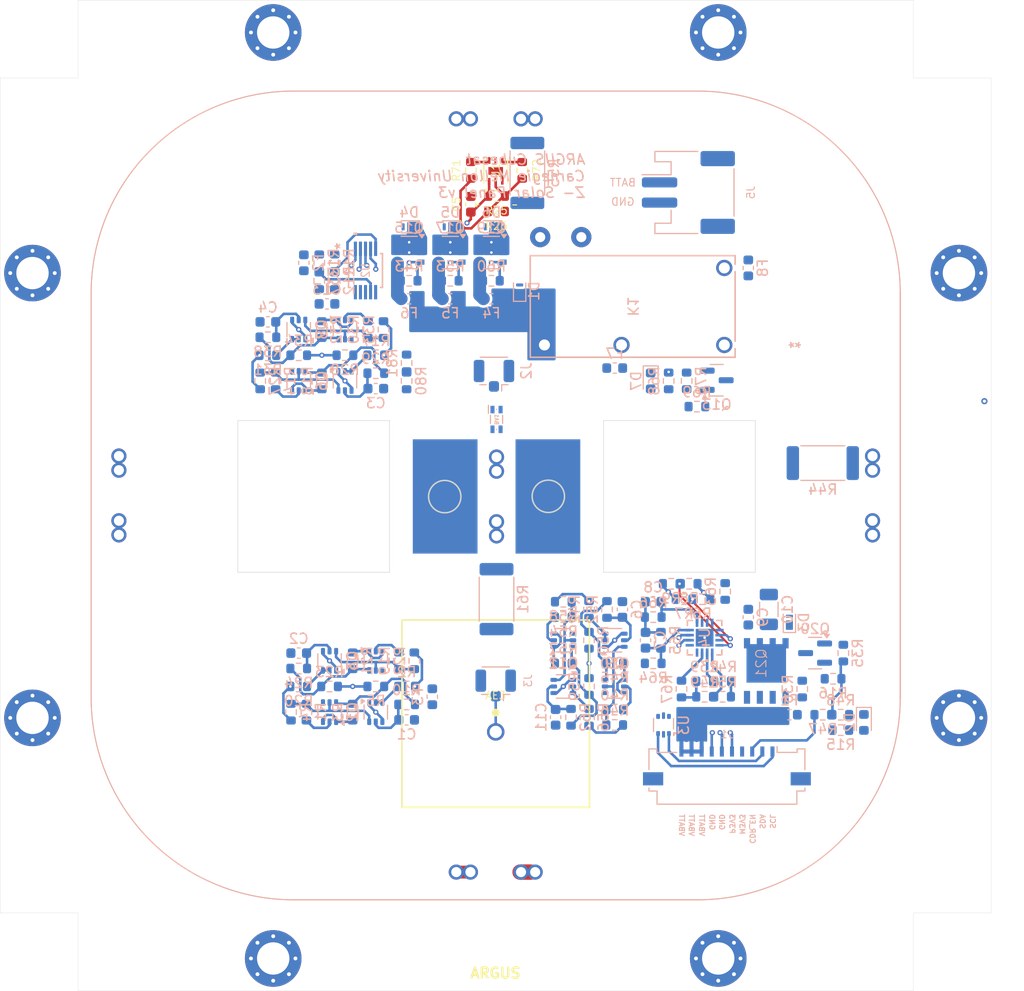
<source format=kicad_pcb>
(kicad_pcb (version 20240108) (generator "pcbnew") (generator_version "8.0")
  (layers (0 "F.Cu" signal) (1 "In1.Cu" signal) (2 "In2.Cu" signal) (31 "B.Cu" signal) (34 "B.Paste" user) (35 "F.Paste" user) (36 "B.SilkS" user "B.Silkscreen") (37 "F.SilkS" user "F.Silkscreen") (38 "B.Mask" user) (39 "F.Mask" user) (44 "Edge.Cuts" user))
  (net 0 "")
  (net 1 "GND")
  (net 2 "/coil")
  (net 3 "Net-(AE1-Pad1)")
  (net 4 "Net-(AE2-Pad1)")
  (net 5 "Net-(AE3-A)")
  (net 6 "Net-(J2-In)")
  (net 7 "Net-(Q1B-G1)")
  (net 8 "Net-(Q5B-G1)")
  (net 9 "LS_3V3")
  (net 10 "/I2C Devices/VREF")
  (net 11 "/I2C Devices/IPROPI")
  (net 12 "VBATT")
  (net 13 "Net-(Q9B-G1)")
  (net 14 "BW_3V3")
  (net 15 "BURN_RELAY_A")
  (net 16 "VBATT_SENSE")
  (net 17 "SDA")
  (net 18 "SCL")
  (net 19 "Net-(JP1-B)")
  (net 20 "/Burn Wires/VBURN1")
  (net 21 "/Burn Wires/VBURN2")
  (net 22 "Net-(JP2-B)")
  (net 23 "Net-(JP3-B)")
  (net 24 "/Burn Wires/VBURN3")
  (net 25 "Net-(JP4-B)")
  (net 26 "Net-(JP5-B)")
  (net 27 "Net-(D1-K)")
  (net 28 "Net-(Q1A-G2)")
  (net 29 "Net-(Q1A-D1)")
  (net 30 "SCL_LS")
  (net 31 "SCL_M")
  (net 32 "Net-(Q4A-B1)")
  (net 33 "Net-(Q5A-G2)")
  (net 34 "Net-(Q5A-D1)")
  (net 35 "SDA_LS")
  (net 36 "SDA_M")
  (net 37 "Net-(Q8A-B1)")
  (net 38 "Net-(Q9A-G2)")
  (net 39 "SCL_IO")
  (net 40 "Net-(Q12A-B1)")
  (net 41 "PERI_3V3")
  (net 42 "BURN_EN1")
  (net 43 "Net-(J1-Pin_1)")
  (net 44 "BURN_EN2")
  (net 45 "SDA_IO")
  (net 46 "BURN_EN3")
  (net 47 "Net-(J1-Pin_2)")
  (net 48 "COIL_P")
  (net 49 "COIL_N")
  (net 50 "/I2C Devices/A0_IO")
  (net 51 "/I2C Devices/A1_IO")
  (net 52 "/I2C Devices/ADDR")
  (net 53 "/I2C Devices/A0_COIL")
  (net 54 "/I2C Devices/A1_COIL")
  (net 55 "Net-(U4-NFAULT)")
  (net 56 "Net-(U4-NSLEEP)")
  (net 58 "MAIN_3V3")
  (net 63 "Net-(Q3B-G1)")
  (net 64 "Net-(Q7B-G1)")
  (net 65 "Net-(Q11B-G1)")
  (net 66 "/COIL_DRIVER_EN_OR_MAIN_3V3")
  (net 67 "Net-(Q2A-B1)")
  (net 68 "Net-(Q3A-G2)")
  (net 69 "Net-(Q3A-D1)")
  (net 70 "Net-(Q6A-B1)")
  (net 71 "Net-(Q7A-G2)")
  (net 72 "Net-(Q7A-D1)")
  (net 73 "Net-(Q10B-B2)")
  (net 74 "Net-(Q10A-B1)")
  (net 75 "Net-(Q11A-G2)")
  (net 76 "Net-(Q11A-D1)")
  (net 77 "/PERI_3V3_OR_GND")
  (net 78 "Net-(Q19-S)")
  (net 79 "Net-(Q17-S)")
  (net 80 "/I2C Devices/VM")
  (net 81 "Net-(D2-A)")
  (net 82 "Net-(Q21-S)")
  (net 83 "COIL_DRIVER_EN")
  (net 84 "Net-(Q20-G)")
  (net 85 "Net-(Q20-D)")
  (net 86 "Net-(Q15-S)")
  (net 87 "Net-(D7-A)")
  (net 88 "Net-(F7-Pad1)")
  (net 89 "Net-(Q13-G)")
  (net 90 "Net-(Q13-D)")
  (net 91 "Net-(F8-Pad1)")
  (footprint "Argus-Miscellaneous:MountingHole_3.2mm_M3_DIN965_Pad_TopBottom" (layer "F.Cu") (at 106.52 73.66 90)
    (property "Reference" "H2" (hide yes))
    (property "Value" "MountingHole_Pad")
  )
  (footprint "Argus-Miscellaneous:ANT_CGGBP.18.4.A.02_TAL" (layer "F.Cu") (at 152.3196 117.141599)
    (property "Reference" "AE3")
    (property "Value" "CGGBP.18.4.A.02")
  )
  (footprint "Argus-Connectors:20AWG Through Hole" (layer "F.Cu") (at 156.718 70.104)
    (property "Reference" "H9" (hide yes))
    (property "Value" "MountingHole_Pad")
  )
  (footprint "Resistor_SMD:R_0603_1608Metric" (layer "F.Cu") (at 154.94 63.5 -90)
    (property "Reference" "R72")
    (property "Value" "0R")
  )
  (footprint "Argus-Connectors:20AWG Through Hole" (layer "F.Cu") (at 160.782 70.104)
    (property "Reference" "H10" (hide yes))
    (property "Value" "MountingHole_Pad")
  )
  (footprint "Argus-Miscellaneous:Burn-Wire" (layer "F.Cu") (at 152.4 95.758)
    (property "Reference" "JP3" (hide yes))
    (property "Value" "BurnWire")
  )
  (footprint "Argus-Miscellaneous:MountingHole_3.2mm_M3_DIN965_Pad_TopBottom" (layer "F.Cu") (at 130.32 141.46 90)
    (property "Reference" "H8" (hide yes))
    (property "Value" "MountingHole_Pad")
  )
  (footprint "Argus-Miscellaneous:MountingHole_3.2mm_M3_DIN965_Pad_TopBottom" (layer "F.Cu") (at 198.12 73.66 90)
    (property "Reference" "H5" (hide yes))
    (property "Value" "MountingHole_Pad")
  )
  (footprint "Argus-Miscellaneous:MountingHole_3.2mm_M3_DIN965_Pad_TopBottom" (layer "F.Cu") (at 174.32 141.46 90)
    (property "Reference" "H7" (hide yes))
    (property "Value" "MountingHole_Pad")
  )
  (footprint "Argus-IC:OPT4003" (layer "F.Cu") (at 152.31872 63.5508 90)
    (property "Reference" "U1")
    (property "Value" "OPT4003DNPRQ1")
  )
  (footprint "Resistor_SMD:R_0603_1608Metric" (layer "F.Cu") (at 149.86 63.5 90)
    (property "Reference" "R71")
    (property "Value" "0R")
  )
  (footprint "Resistor_SMD:R_0603_1608Metric" (layer "F.Cu") (at 152.4 67.564 180)
    (property "Reference" "R26")
    (property "Value" "0R")
  )
  (footprint "Resistor_SMD:R_0603_1608Metric" (layer "F.Cu") (at 152.4 66.04 180)
    (property "Reference" "R25")
    (property "Value" "0R")
  )
  (footprint "Argus-Miscellaneous:Burn-Wire" (layer "F.Cu") (at 115.06288 95.65914 180)
    (property "Reference" "JP1" (hide yes))
    (property "Value" "BurnWire")
  )
  (footprint "Argus-Miscellaneous:MountingHole_3.2mm_M3_DIN965_Pad_TopBottom" (layer "F.Cu") (at 174.32 49.86 90)
    (property "Reference" "H4" (hide yes))
    (property "Value" "MountingHole_Pad")
  )
  (footprint "Argus-Miscellaneous:MountingHole_3.2mm_M3_DIN965_Pad_TopBottom" (layer "F.Cu") (at 130.32 49.86 90)
    (property "Reference" "H3" (hide yes))
    (property "Value" "MountingHole_Pad")
  )
  (footprint "Argus-Miscellaneous:Burn-Wire" (layer "F.Cu") (at 152.3196 58.40242 90)
    (property "Reference" "JP5" (hide yes))
    (property "Value" "BurnWire")
  )
  (footprint "Capacitor_SMD:C_0603_1608Metric" (layer "F.Cu") (at 149.86 66.8528 90)
    (property "Reference" "C5")
    (property "Value" "0.1uF")
  )
  (footprint "Argus-Miscellaneous:MountingHole_3.2mm_M3_DIN965_Pad_TopBottom" (layer "F.Cu") (at 106.52 117.66 90)
    (property "Reference" "H1" (hide yes))
    (property "Value" "MountingHole_Pad")
  )
  (footprint "Argus-Miscellaneous:MountingHole_3.2mm_M3_DIN965_Pad_TopBottom" (layer "F.Cu") (at 198.12 117.66 90)
    (property "Reference" "H6" (hide yes))
    (property "Value" "MountingHole_Pad")
  )
  (footprint "Package_SO:TSOP-6_1.65x3.05mm_P0.95mm" (layer "B.Cu") (at 143.764 71.628 180)
    (property "Reference" "Q15")
    (property "Value" "IRFTS9342PBF")
  )
  (footprint "Resistor_SMD:R_0603_1608Metric" (layer "B.Cu") (at 159.004 112.268 180)
    (property "Reference" "R57")
    (property "Value" "DNI (0R)")
  )
  (footprint "Resistor_SMD:R_0603_1608Metric" (layer "B.Cu") (at 167.894 112.268)
    (property "Reference" "R64")
    (property "Value" "TBD")
  )
  (footprint "Resistor_SMD:R_0603_1608Metric" (layer "B.Cu") (at 172.974 115.57 180)
    (property "Reference" "R49")
    (property "Value" "0R")
  )
  (footprint "Diode_SMD:Nexperia_DSN1608-2_1.6x0.8mm" (layer "B.Cu") (at 154.686 75.438 90)
    (property "Reference" "D1")
    (property "Value" "10V")
  )
  (footprint "Resistor_SMD:R_0603_1608Metric" (layer "B.Cu") (at 174.752 114.046 180)
    (property "Reference" "R41")
    (property "Value" "0R")
  )
  (footprint "Argus-Miscellaneous:Antenna Mount v2" (layer "B.Cu") (at 157.48 95.758)
    (property "Reference" "AE1" (hide yes))
    (property "Value" "MountingHole_Pad" (hide yes))
    (fp_line (start 5.5 -7.5) (end 5.5 7.5) (stroke (width 0.05)) (layer "Edge.Cuts"))
    (fp_line (start 5.5 7.5) (end 20.5 7.5) (stroke (width 0.05)) (layer "Edge.Cuts"))
    (fp_line (start 20.5 -7.5) (end 5.5 -7.5) (stroke (width 0.05)) (layer "Edge.Cuts"))
    (fp_line (start 20.5 7.5) (end 20.5 -7.5) (stroke (width 0.05)) (layer "Edge.Cuts"))
    (fp_circle (center 0.04 -0.014801) (end 1.64 -0.014801) (stroke (width 0.15)) (fill none) (layer "Edge.Cuts"))
  )
  (footprint "Package_TO_SOT_SMD:SOT-363_SC-70-6" (layer "B.Cu") (at 135.89 117.094 90)
    (property "Reference" "Q2")
    (property "Value" "MBT2222ADW1T1")
  )
  (footprint "Resistor_SMD:R_0603_1608Metric" (layer "B.Cu") (at 140.462 83.566 180)
    (property "Reference" "R29")
    (property "Value" "200K")
  )
  (footprint "Resistor_SMD:R_0603_1608Metric" (layer "B.Cu") (at 159.765999 117.602 90)
    (property "Reference" "R62")
    (property "Value" "200K")
  )
  (footprint "Resistor_SMD:R_0603_1608Metric" (layer "B.Cu") (at 143.51 84.328 90)
    (property "Reference" "R80")
    (property "Value" "0R")
  )
  (footprint "Resistor_SMD:R_0603_1608Metric" (layer "B.Cu") (at 138.176 112.014 90)
    (property "Reference" "R21")
    (property "Value" "DNI (0R)")
  )
  (footprint "Resistor_SMD:R_0603_1608Metric" (layer "B.Cu") (at 143.764 74.422 180)
    (property "Reference" "R43")
    (property "Value" "1k")
  )
  (footprint "Resistor_SMD:R_0603_1608Metric" (layer "B.Cu") (at 139.7 79.248 -90)
    (property "Reference" "R30")
    (property "Value" "680R")
  )
  (footprint "Capacitor_SMD:C_0603_1608Metric" (layer "B.Cu") (at 140.462 85.089999)
    (property "Reference" "C3")
    (property "Value" "10nF")
  )
  (footprint "Resistor_SMD:R_0603_1608Metric" (layer "B.Cu") (at 143.51 116.332001 180)
    (property "Reference" "R10")
    (property "Value" "200K")
  )
  (footprint "Connector_Coaxial:U.FL_Hirose_U.FL-R-SMT-1_Vertical" (layer "B.Cu") (at 152.32 114.456 90)
    (property "Reference" "J3")
    (property "Value" "U.FL")
  )
  (footprint "Resistor_SMD:R_0603_1608Metric" (layer "B.Cu") (at 138.176 117.094 -90)
    (property "Reference" "R3")
    (property "Value" "DNI (0R)")
  )
  (footprint "Resistor_SMD:R_0603_1608Metric" (layer "B.Cu") (at 161.544 114.554 -90)
    (property "Reference" "R59")
    (property "Value" "10K")
  )
  (footprint "Fuse:Fuse_0603_1608Metric" (layer "B.Cu") (at 177.292 73.152 90)
    (property "Reference" "F8")
    (property "Value" "1A")
  )
  (footprint "Resistor_SMD:R_0603_1608Metric" (layer "B.Cu") (at 161.543999 117.602 90)
    (property "Reference" "R56")
    (property "Value" "100K")
  )
  (footprint "LED_SMD:LED_0603_1608Metric" (layer "B.Cu") (at 167.64 84.328 -90)
    (property "Reference" "D7")
    (property "Value" "GREEN")
  )
  (footprint "Capacitor_SMD:C_0603_1608Metric" (layer "B.Cu") (at 143.51 117.856)
    (property "Reference" "C1")
    (property "Value" "10nF")
  )
  (footprint "Fuse:Fuse_0603_1608Metric" (layer "B.Cu") (at 164.084 83.058 180)
    (property "Reference" "F7")
    (property "Value" "5A")
  )
  (footprint "Resistor_SMD:R_0603_1608Metric" (layer "B.Cu") (at 186.436 117.348 180)
    (property "Reference" "R48")
    (property "Value" "0R")
  )
  (footprint "Resistor_SMD:R_0603_1608Metric" (layer "B.Cu") (at 144.272 112.014 -90)
    (property "Reference" "R22")
    (property "Value" "10K")
  )
  (footprint "Resistor_SMD:R_0603_1608Metric" (layer "B.Cu") (at 167.894 107.696 180)
    (property "Reference" "R66")
    (property "Value" "560R")
  )
  (footprint "Capacitor_SMD:C_0603_1608Metric" (layer "B.Cu") (at 167.894 106.172 180)
    (property "Reference" "C8")
    (property "Value" "1nF")
  )
  (footprint "Package_TO_SOT_SMD:SOT-363_SC-70-6" (layer "B.Cu") (at 159.004 109.982)
    (property "Reference" "Q12")
    (property "Value" "MBT2222ADW1T1")
  )
  (footprint "Package_TO_SOT_SMD:SOT-363_SC-70-6" (layer "B.Cu") (at 137.414 84.327999 -90)
    (property "Reference" "Q5")
    (property "Value" "NX3008NBKS")
  )
  (footprint "Package_TO_SOT_SMD:SOT-363_SC-70-6" (layer "B.Cu") (at 159.004 114.554 180)
    (property "Reference" "Q11")
    (property "Value" "NX3008NBKS")
  )
  (footprint "Capacitor_SMD:C_0603_1608Metric" (layer "B.Cu") (at 129.794 78.486 180)
    (property "Reference" "C4")
    (property "Value" "10nF")
  )
  (footprint "Resistor_SMD:R_0603_1608Metric" (layer "B.Cu") (at 169.418 84.328 -90)
    (property "Reference" "R68")
    (property "Value" "2.7k")
  )
  (footprint "Resistor_SMD:R_0603_1608Metric" (layer "B.Cu") (at 172.974 114.046 180)
    (property "Reference" "R39")
    (property "Value" "0R")
  )
  (footprint "Argus-Miscellaneous:Antenna Mount v2" (layer "B.Cu") (at 147.32 95.758 180)
    (property "Reference" "AE2" (hide yes))
    (property "Value" "MountingHole_Pad" (hide yes))
    (fp_line (start 20.5 7.5) (end 20.5 -7.5) (stroke (width 0.05)) (layer "Edge.Cuts"))
    (fp_line (start 20.5 -7.5) (end 5.5 -7.5) (stroke (width 0.05)) (layer "Edge.Cuts"))
    (fp_line (start 5.5 7.5) (end 20.5 7.5) (stroke (width 0.05)) (layer "Edge.Cuts"))
    (fp_line (start 5.5 -7.5) (end 5.5 7.5) (stroke (width 0.05)) (layer "Edge.Cuts"))
    (fp_circle (center 0.04 -0.014801) (end 1.64 -0.014801) (stroke (width 0.15)) (fill none) (layer "Edge.Cuts"))
  )
  (footprint "Resistor_SMD:R_0603_1608Metric" (layer "B.Cu") (at 132.842 114.554)
    (property "Reference" "R20")
    (property "Value" "100K")
  )
  (footprint "Resistor_SMD:R_0603_1608Metric" (layer "B.Cu") (at 136.398 72.644 90)
    (property "Reference" "R11")
    (property "Value" "0R")
  )
  (footprint "Resistor_SMD:R_0603_1608Metric" (layer "B.Cu") (at 143.51 114.554001 180)
    (property "Reference" "R2")
    (property "Value" "100K")
  )
  (footprint "Capacitor_SMD:C_1206_3216Metric" (layer "B.Cu") (at 179.324 106.934 90)
    (property "Reference" "C10")
    (property "Value" "10uF")
  )
  (footprint "Resistor_SMD:R_0603_1608Metric" (layer "B.Cu") (at 164.084 112.268)
    (property "Reference" "R45")
    (property "Value" "DNI (0R)")
  )
  (footprint "Resistor_SMD:R_0603_1608Metric" (layer "B.Cu") (at 169.672 104.394)
    (property "Reference" "R9")
    (property "Value" "0R")
  )
  (footprint "Resistor_SMD:R_0603_1608Metric" (layer "B.Cu") (at 129.794 81.787999)
    (property "Reference" "R31")
    (property "Value" "100K")
  )
  (footprint "Resistor_SMD:R_0603_1608Metric" (layer "B.Cu") (at 136.398 74.422 90)
    (property "Reference" "R12")
    (property "Value" "0R")
  )
  (footprint "Resistor_SMD:R_0603_1608Metric" (layer "B.Cu") (at 133.604 117.094 90)
    (property "Reference" "R1")
    (property "Value" "680R")
  )
  (footprint "Resistor_SMD:R_0603_1608Metric" (layer "B.Cu") (at 170.688 114.808 -90)
    (property "Reference" "R67")
    (property "Value" "0R")
  )
  (footprint "Argus-IC:SOT552-1_NXP" (layer "B.Cu") (at 139.446 73.406 -90)
    (property "Reference" "U2")
    (property "Value" "PCA9633DP2")
  )
  (footprint "Capacitor_SMD:C_0603_1608Metric" (layer "B.Cu") (at 167.132 109.982 90)
    (property "Reference" "C7")
    (property "Value" "0.1uF")
  )
  (footprint "Resistor_SMD:R_0603_1608Metric" (layer "B.Cu") (at 164.084 116.84 180)
    (property "Reference" "R40")
    (property "Value" "680R")
  )
  (footprint "Argus-Passives:ATB2012" (layer "B.Cu") (at 152.4 88.138 -90)
    (property "Reference" "BA1")
    (property "Value" "DXW21HN5011BL")
  )
  (footprint "Package_TO_SOT_SMD:SOT-363_SC-70-6" (layer "B.Cu") (at 137.414 79.248 -90)
    (property "Reference" "Q8")
    (property "Value" "MBT2222ADW1T1")
  )
  (footprint "Fuse:Fuse_0603_1608Metric" (layer "B.Cu") (at 181.356 117.348 180)
    (property "Reference" "F1")
    (property "Value" "500mA")
  )
  (footprint "Argus-Miscellaneous:Burn-Wire" (layer "B.Cu") (at 152.32086 132.916721 -90)
    (property "Reference" "JP2" (hide yes))
    (property "Value" "BurnWire")
  )
  (footprint "Package_TO_SOT_SMD:SOT-666" (layer "B.Cu") (at 168.91 118.364 90)
    (property "Reference" "U3")
    (property "Value" "USBLC6-2P6")
  )
  (footprint "Resistor_SMD:R_0603_1608Metric" (layer "B.Cu") (at 142.748 112.014 -90)
    (property "Reference" "R19")
    (property "Value" "680R")
  )
  (footprint "Connector_JST:JST_PH_S2B-PH-SM4-TB_1x02-1MP_P2.00mm_Horizontal" (layer "B.Cu") (at 171.37 65.688 -90)
    (property "Reference" "J5")
    (property "Value" "Conn_01x02")
  )
  (footprint "Argus-Miscellaneous:PowerPAK SO-8" (layer "B.Cu") (at 179.07 112.268 -90)
    (property "Reference" "Q21")
    (property "Value" "SiRA99DP")
  )
  (footprint "Package_TO_SOT_SMD:SOT-363_SC-70-6" (layer "B.Cu") (at 132.842 84.327999 90)
    (property "Reference" "Q6")
    (property "Value" "MBT2222ADW1T1")
  )
  (footprint "Capacitor_SMD:C_0603_1608Metric" (layer "B.Cu") (at 164.846 106.934 90)
    (property "Reference" "C6")
    (property "Value" "10nF")
  )
  (footprint "Resistor_SMD:R_0603_1608Metric" (layer "B.Cu") (at 140.462 114.554)
    (property "Reference" "R5")
    (property "Value" "10K")
  )
  (footprint "Resistor_SMD:R_0603_1608Metric" (layer "B.Cu") (at 174.752 115.57 180)
    (property "Reference" "R51")
    (property "Value" "0R")
  )
  (footprint "Package_TO_SOT_SMD:SOT-363_SC-70-6" (layer "B.Cu") (at 135.89 112.014 90)
    (property "Reference" "Q3")
    (property "Value" "NX3008NBKS")
  )
  (footprint "Resistor_SMD:R_0603_1608Metric" (layer "B.Cu") (at 129.794 80.009999)
    (property "Reference" "R38")
    (property "Value" "200K")
  )
  (footprint "Resistor_SMD:R_0603_1608Metric" (layer "B.Cu") (at 135.128 84.327999 -90)
    (property "Reference" "R18")
    (property "Value" "DNI (0R)")
  )
  (footprint "Capacitor_SMD:C_0603_1608Metric" (layer "B.Cu") (at 132.842 111.252 180)
    (property "Reference" "C2")
    (property "Value" "10nF")
  )
  (footprint "Fuse:Fuse_0603_1608Metric" (layer "B.Cu") (at 143.764 76.2)
    (property "Reference" "F6")
    (property "Value" "2A")
  )
  (footprint "Resistor_SMD:R_0603_1608Metric" (layer "B.Cu") (at 151.892 74.422 180)
    (property "Reference" "R60")
    (property "Value" "1k")
  )
  (footprint "Resistor_SMD:R_0603_1608Metric" (layer "B.Cu") (at 186.69 111.252 90)
    (property "Reference" "R35")
    (property "Value" "4k7")
  )
  (footprint "Package_TO_SOT_SMD:SOT-363_SC-70-6" (layer "B.Cu") (at 140.462 117.094 -90)
    (property "Reference" "Q1")
    (property "Value" "NX3008NBKS")
  )
  (footprint "Package_TO_SOT_SMD:SOT-363_SC-70-6" (layer "B.Cu") (at 132.842 79.248 90)
    (property "Reference" "Q7")
    (property "Value" "NX3008NBKS")
  )
  (footprint "Diode_SMD:Nexperia_DSN1608-2_1.6x0.8mm" (layer "B.Cu") (at 151.892 69.088 180)
    (property "Reference" "D6")
    (property "Value" "10V")
  )
  (footprint "Diode_SMD:Nexperia_DSN1608-2_1.6x0.8mm" (layer "B.Cu") (at 181.356 108.204 90)
    (property "Reference" "D3")
    (property "Value" "10V")
  )
  (footprint "Resistor_SMD:R_0603_1608Metric" (layer "B.Cu") (at 163.322001 106.934 -90)
    (property "Reference" "R52")
    (property "Value" "200K")
  )
  (footprint "Resistor_SMD:R_0603_1608Metric" (layer "B.Cu") (at 171.196 84.328 90)
    (property "Reference" "R70")
    (property "Value" "4k7")
  )
  (footprint "Resistor_SMD:R_0603_1608Metric" (layer "B.Cu") (at 161.544001 106.934 -90)
    (property "Reference" "R42")
    (property "Value" "100K")
  )
  (footprint "LED_SMD:LED_0603_1608Metric" (layer "B.Cu") (at 188.722 118.11 -90)
    (property "Reference" "D2")
    (property "Value" "GREEN")
  )
  (footprint "Fuse:Fuse_0603_1608Metric" (layer "B.Cu") (at 147.828 76.2)
    (property "Reference" "F5")
    (property "Value" "2A")
  )
  (footprint "Package_SO:TSOP-6_1.65x3.05mm_P0.95mm" (layer "B.Cu") (at 151.892 71.628 180)
    (property "Reference" "Q19")
    (property "Value" "IRFTS9342PBF")
  )
  (footprint "Resistor_SMD:R_0603_1608Metric" (layer "B.Cu") (at 168.656 109.982 90)
    (property "Reference" "R65")
    (property "Value" "TBD")
  )
  (footprint "Package_SO:TSOP-6_1.65x3.05mm_P0.95mm" (layer "B.Cu") (at 147.828 71.628 180)
    (property "Reference" "Q17")
    (property "Value" "IRFTS9342PBF")
  )
  (footprint "Resistor_SMD:R_2512_6332Metric" (layer "B.Cu") (at 184.658 92.456)
    (property "Reference" "R44")
    (property "Value" "1R")
  )
  (footprint "Fuse:Fuse_0603_1608Metric" (layer "B.Cu") (at 146.05 115.57 -90)
    (property "Reference" "F3")
    (property "Value" "500mA")
  )
  (footprint "Resistor_SMD:R_0603_1608Metric" (layer "B.Cu") (at 130.556 84.327999 90)
    (property "Reference" "R14")
    (property "Value" "680R")
  )
  (footprint "Resistor_SMD:R_0603_1608Metric" (layer "B.Cu") (at 129.032 84.327999 90)
    (property "Reference" "R27")
    (property "Value" "10K")
  )
  (footprint "Capacitor_SMD:C_0603_1608Metric" (layer "B.Cu") (at 177.292 107.696 90)
    (property "Reference" "C9")
    (property "Value" "0.1uF")
  )
  (footprint "Resistor_SMD:R_0603_1608Metric" (layer "B.Cu") (at 161.544 109.982 90)
    (property "Reference" "R50")
    (property "Value" "10K")
  )
  (footprint "Resistor_SMD:R_0603_1608Metric" (layer "B.Cu") (at 135.128 79.248 90)
    (property "Reference" "R32")
    (property "Value" "DNI (0R)")
  )
  (footprint "Package_TO_SOT_SMD:SOT-363_SC-70-6" (layer "B.Cu") (at 164.084 114.554 180)
    (property "Reference" "Q10")
    (property "Value" "MBT2222ADW1T1")
  )
  (footprint "Capacitor_SMD:C_0603_1608Metric" (layer "B.Cu") (at 158.242 117.602 -90)
    (property "Reference" "C11")
    (property "Value" "10nF")
  )
  (footprint "Resistor_SMD:R_0603_1608Metric" (layer "B.Cu") (at 132.08 117.094 90)
    (property "Reference" "R4")
    (property "Value" "10K")
  )
  (footprint "Argus-Connectors:Molex_200528-0100_1x10-1MP_P1.00mm_Horizontal" (layer "B.Cu") (at 175.18 121.8982 180)
    (property "Reference" "J1")
    (property "Value" "200528-0100")
  )
  (footprint "Resistor_SMD:R_0603_1608Metric" (layer "B.Cu") (at 182.626 114.808 -90)
    (property "Reference" "R36")
    (property "Value" "10k")
  )
  (footprint "Package_TO_SOT_SMD:SOT-363_SC-70-6" (layer "B.Cu") (at 164.084 109.982)
    (property "Reference" "Q9")
    (property "Value" "NX3008NBKS")
  )
  (footprint "Diode_SMD:Nexperia_DSN1608-2_1.6x0.8mm" (layer "B.Cu") (at 143.764 69.088 180)
    (property "Reference" "D4")
    (property "Value" "10V")
  )
  (footprint "Diode_SMD:Nexperia_DSN1608-2_1.6x0.8mm" (layer "B.Cu") (at 147.828 69.088 180)
    (property "Reference" "D5")
    (property "Value" "10V")
  )
  (footprint "Resistor_SMD:R_0603_1608Metric" (layer "B.Cu") (at 135.89 114.554 180)
    (property "Reference" "R23")
    (property "Value" "10K")
  )
  (footprint "Fuse:Fuse_0603_1608Metric" (layer "B.Cu") (at 151.892 76.2)
    (property "Reference" "F4")
    (property "Value" "2A")
  )
  (footprint "Resistor_SMD:R_0603_1608Metric" (layer "B.Cu") (at 132.842 81.788 180)
    (property "Reference" "R34")
    (property "Value" "10K")
  )
  (footprint "Resistor_SMD:R_0603_1608Metric" (layer "B.Cu") (at 137.414 81.787999)
    (property "Reference" "R28")
    (property "Value" "10K")
  )
  (footprint "Resistor_SMD:R_0603_1608Metric" (layer "B.Cu") (at 170.942 105.918)
    (property "Reference" "R7")
    (property "Value" "0R")
  )
  (footprint "Resistor_SMD:R_0603_1608Metric" (layer "B.Cu") (at 171.45 104.394)
    (property "Reference" "R8")
    (property "Value" "0R")
  )
  (footprint "Resistor_SMD:R_0603_1608Metric" (layer "B.Cu") (at 141.224 79.248 -90)
    (property "Reference" "R33")
    (property "Value" "10K")
  )
  (footprint "Resistor_SMD:R_0603_1608Metric" (layer "B.Cu") (at 132.842 112.776)
    (property "Reference" "R24")
    (property "Value" "200K")
  )
  (footprint "Argus-Miscellaneous:Burn-Wire" (layer "B.Cu") (at 189.57758 95.66)
    (property "Reference" "JP4" (hide yes))
    (property "Value" "BurnWire")
  )
  (footprint "Resistor_SMD:R_0603_1608Metric" (layer "B.Cu") (at 134.874 74.422 90)
    (property "Reference" "R37")
    (property "Value" "0R")
  )
  (footprint "Resistor_SMD:R_0603_1608Metric" (layer "B.Cu") (at 164.084 118.364 180)
    (property "Reference" "R46")
    (property "Value" "10K")
  )
  (footprint "Resistor_SMD:R_0603_1608Metric" (layer "B.Cu") (at 172.72 105.918)
    (property "Reference" "R6")
    (property "Value" "0R")
  )
  (footprint "Resistor_SMD:R_0603_1608Metric" (layer "B.Cu") (at 175.006 105.156 -90)
    (property "Reference" "R63")
    (property "Value" "10k")
  )
  (footprint "Resistor_SMD:R_0603_1608Metric" (layer "B.Cu") (at 159.004 107.696)
    (property "Reference" "R54")
    (property "Value" "680R")
  )
  (footprint "Package_TO_SOT_SMD:SOT-363_SC-70-6" (layer "B.Cu") (at 140.462 112.014 -90)
    (property "Reference" "Q4")
    (property "Value" "MBT2222ADW1T1")
  )
  (footprint "Argus-Miscellaneous:RELAY_G6B-1114P-US_OMR" (layer "B.Cu") (at 156.806001 73.152 90)
    (property "Reference" "K1")
    (property "Value" "G6B-1114P-US DC6")
  )
  (footprint "Resistor_SMD:R_0603_1608Metric" (layer "B.Cu") (at 143.51 82.55 -90)
    (property "Reference" "R81")
    (property "Value" "0R")
  )
  (footprint "Package_TO_SOT_SMD:SOT-23" (layer "B.Cu") (at 174.1655 84.262)
    (property "Reference" "Q13")
    (property "Value" "IRLML2803")
  )
  (footprint "Resistor_SMD:R_0603_1608Metric" (layer "B.Cu") (at 172.212 86.868 180)
    (property "Reference" "R69")
    (property "Value" "10k")
  )
  (footprint "Resistor_SMD:R_0603_1608Metric" (layer "B.Cu") (at 159.004 106.172)
    (property "Reference" "R58")
    (property "Value" "10K")
  )
  (footprint "Resistor_SMD:R_0603_1608Metric" (layer "B.Cu") (at 147.828 74.422 180)
    (property "Reference" "R53")
    (property "Value" "1k")
  )
  (footprint "Resistor_SMD:R_0603_1608Metric" (layer "B.Cu") (at 185.674 113.792)
    (property "Reference" "R16")
    (property "Value" "10k")
  )
  (footprint "Connector_Coaxial:U.FL_Hirose_U.FL-R-SMT-1_Vertical" (layer "B.Cu") (at 152.146 83.82 90)
    (property "Reference" "J2")
    (property "Value" "U.FL")
  )
  (footprint "Fuse:Fuse_0603_1608Metric" (layer "B.Cu") (at 133.35 72.644 90)
    (property "Reference" "F2")
    (property "Value" "500mA")
  )
  (footprint "Resistor_SMD:R_0603_1608Metric" (layer "B.Cu") (at 134.874 72.644 90)
    (property "Reference" "R13")
    (property "Value" "0R")
  )
  (footprint "Resistor_SMD:R_0603_1608Metric" (layer "B.Cu") (at 140.462 81.788 180)
    (property "Reference" "R17")
    (property "Value" "100K")
  )
  (footprint "Package_TO_SOT_SMD:SOT-23" (layer "B.Cu") (at 183.896 111.252 180)
    (property "Reference" "Q20")
    (property "Value" "IRLML2803")
  )
  (footprint "Capacitor_SMD:C_0603_1608Metric" (layer "B.Cu") (at 135.636 76.708 180)
    (property "Reference" "C13")
    (property "Value" "0.1uF")
  )
  (footprint "Resistor_SMD:R_2512_6332Metric" (layer "B.Cu") (at 152.4 105.918 90)
    (property "Reference" "R61")
    (property "Value" "1R")
  )
  (footprint "Resistor_SMD:R_0603_1608Metric" (layer "B.Cu") (at 184.658 117.348)
    (property "Reference" "R47")
    (property "Value" "0R")
  )
  (footprint "Argus-IC:WQFN16_RTE_TEX" (layer "B.Cu") (at 172.974 109.728 -90)
    (property "Reference" "U4")
    (property "Value" "DRV8235RTER")
  )
  (footprint "Resistor_SMD:R_0603_1608Metric" (layer "B.Cu") (at 186.436 118.872)
    (property "Reference" "R15")
    (property "Value" "2.7k")
  )
  (footprint "Resistor_SMD:R_2512_6332Metric" (layer "B.Cu") (at 155.448 63.754 90)
    (property "Reference" "R55")
    (property "Value" "1R")
  )
  (gr_arc (start 112.319599 75.6566) (mid 118.177449 61.51445) (end 132.319599 55.6566) (stroke (width 0.1)) (layer "B.SilkS"))
  (gr_arc (start 132.316538 135.659599) (mid 118.174395 129.801742) (end 112.316538 115.6596) (stroke (width 0.1)) (layer "B.SilkS"))
  (gr_line (start 192.316538 115.659599) (end 192.316538 75.659601) (stroke (width 0.1)) (layer "B.SilkS"))
  (gr_line (start 192.319598 115.656599) (end 192.319598 75.656601) (stroke (width 0.1)) (layer "B.SilkS"))
  (gr_line (start 172.316538 55.6596) (end 132.316538 55.6596) (stroke (width 0.1)) (layer "B.SilkS"))
  (gr_arc (start 192.316537 115.659599) (mid 186.458682 129.801743) (end 172.316538 135.659599) (stroke (width 0.1)) (layer "B.SilkS"))
  (gr_arc (start 172.319598 55.656601) (mid 186.461734 61.514465) (end 192.319598 75.656601) (stroke (width 0.1)) (layer "B.SilkS"))
  (gr_line (start 132.316538 135.659599) (end 172.316538 135.659599) (stroke (width 0.1)) (layer "B.SilkS"))
  (gr_line (start 192.316537 115.659599) (end 192.316538 75.659601) (stroke (width 0.1)) (layer "B.SilkS"))
  (gr_line (start 112.319599 75.6566) (end 112.319598 115.6566) (stroke (width 0.1)) (layer "B.SilkS"))
  (gr_arc (start 192.319598 115.656599) (mid 186.461734 129.798735) (end 172.319599 135.656599) (stroke (width 0.1)) (layer "B.SilkS"))
  (gr_arc (start 172.316538 55.6596) (mid 186.458654 61.517485) (end 192.316538 75.659601) (stroke (width 0.1)) (layer "B.SilkS"))
  (gr_line (start 112.316538 75.6596) (end 112.316538 115.6596) (stroke (width 0.1)) (layer "B.SilkS"))
  (gr_arc (start 112.316538 75.6596) (mid 118.17439 61.517452) (end 132.316538 55.6596) (stroke (width 0.1)) (layer "B.SilkS"))
  (gr_arc (start 132.319599 135.656601) (mid 118.177463 129.798736) (end 112.319598 115.6566) (stroke (width 0.1)) (layer "B.SilkS"))
  (gr_line (start 172.319598 55.656601) (end 132.319599 55.6566) (stroke (width 0.1)) (layer "B.SilkS"))
  (gr_line (start 132.319599 135.656601) (end 172.319599 135.656599) (stroke (width 0.1)) (layer "B.SilkS"))
  (gr_line (start 201.32 136.96) (end 193.62 136.96) (stroke (width 0.0254)) (layer "Edge.Cuts"))
  (gr_line (start 103.32 54.36) (end 111.02 54.36) (stroke (width 0.0254)) (layer "Edge.Cuts"))
  (gr_line (start 103.32 136.96) (end 103.32 54.36) (stroke (width 0.0254)) (layer "Edge.Cuts"))
  (gr_line (start 111.02 136.96) (end 111.02 144.66) (stroke (width 0.0254)) (layer "Edge.Cuts"))
  (gr_line (start 193.62 136.96) (end 193.62 144.66) (stroke (width 0.0254)) (layer "Edge.Cuts"))
  (gr_line (start 193.62 144.66) (end 111.02 144.66) (stroke (width 0.0254)) (layer "Edge.Cuts"))
  (gr_line (start 193.62 54.36) (end 193.62 46.66) (stroke (width 0.0254)) (layer "Edge.Cuts"))
  (gr_line (start 111.02 54.36) (end 111.02 46.66) (stroke (width 0.0254)) (layer "Edge.Cuts"))
  (gr_line (start 201.32 54.36) (end 193.62 54.36) (stroke (width 0.0254)) (layer "Edge.Cuts"))
  (gr_line (start 103.32 136.96) (end 111.02 136.96) (stroke (width 0.0254)) (layer "Edge.Cuts"))
  (gr_line (start 201.32 54.36) (end 201.32 136.96) (stroke (width 0.0254)) (layer "Edge.Cuts"))
  (gr_line (start 111.02 46.66) (end 193.62 46.66) (stroke (width 0.0254)) (layer "Edge.Cuts"))
  (gr_text "GND\n" (at 166.116 67.056 0) (layer "B.SilkS") (effects (font (size 0.762 0.762) (thickness 0.1016)) (justify left bottom mirror)))
  (gr_text "VBATT" (at 171.6786 127.127 -90) (layer "B.SilkS") (effects (font (size 0.508 0.508) (thickness 0.1016) (bold yes)) (justify right mirror)))
  (gr_text "GND" (at 173.7106 127.127 -90) (layer "B.SilkS") (effects (font (size 0.508 0.508) (thickness 0.1016) (bold yes)) (justify right mirror)))
  (gr_text "SCL" (at 179.705 127.127 -90) (layer "B.SilkS") (effects (font (size 0.508 0.508) (thickness 0.1016) (bold yes)) (justify right mirror)))
  (gr_text "BATT" (at 166.243 65.151 0) (layer "B.SilkS") (effects (font (size 0.762 0.762) (thickness 0.1016)) (justify left bottom mirror)))
  (gr_text "CDR_EN" (at 177.698399 127.127 270) (layer "B.SilkS") (effects (font (size 0.508 0.508) (thickness 0.1016) (bold yes)) (justify right mirror)))
  (gr_text "ARGUS Cubesat\nCarnegie Mellon University\nZ- Solar Panel v3" (at 161.29 66.294 0) (layer "B.SilkS") (effects (font (size 1.016 1.016) (thickness 0.1524) (italic yes)) (justify left bottom mirror)))
  (gr_text "SDA" (at 178.688999 127.127 -90) (layer "B.SilkS") (effects (font (size 0.508 0.508) (thickness 0.1016) (bold yes)) (justify right mirror)))
  (gr_text "P3V3\n" (at 175.6918 127.127 270) (layer "B.SilkS") (effects (font (size 0.508 0.508) (thickness 0.1016) (bold yes)) (justify right mirror)))
  (gr_text "VBATT" (at 170.713401 127.127 -90) (layer "B.SilkS") (effects (font (size 0.508 0.508) (thickness 0.1016) (bold yes)) (justify right mirror)))
  (gr_text "VBATT" (at 172.694601 127.127 -90) (layer "B.SilkS") (effects (font (size 0.508 0.508) (thickness 0.1016) (bold yes)) (justify right mirror)))
  (gr_text "M3V3" (at 176.6824 127.127 270) (layer "B.SilkS") (effects (font (size 0.508 0.508) (thickness 0.1016) (bold yes)) (justify right mirror)))
  (gr_text "GND" (at 174.6758 127.127 -90) (layer "B.SilkS") (effects (font (size 0.508 0.508) (thickness 0.1016) (bold yes)) (justify right mirror)))
  (gr_text "-" (at 154.1996 66.8818 0) (layer "F.SilkS") (effects (font (size 0.508 0.508) (thickness 0.1016) (bold yes))))
  (gr_text "ARGUS" (at 152.2946 142.904 0) (layer "F.SilkS") (effects (font (size 1.016 1.016) (thickness 0.2286) (bold yes))))
  (gr_text "+" (at 150.4912 66.9072 -90) (layer "F.SilkS") (effects (font (size 0.508 0.508) (thickness 0.1016) (bold yes))))
  (segment (start 152.968719 64.200799) (end 152.31872 63.5508) (width 0.254) (layer "F.Cu") (net 1))
  (segment (start 152.968719 64.5795) (end 152.968719 64.200799) (width 0.254) (layer "F.Cu") (net 1))
  (via (at 135.89 112.014) (size 0.508) (drill 0.254) (layers "F.Cu" "B.Cu") (net 1))
  (via (at 174.498 119.126) (size 0.508) (drill 0.254) (layers "F.Cu" "B.Cu") (net 1))
  (via (at 164.084 109.982) (size 0.508) (drill 0.254) (layers "F.Cu" "B.Cu") (net 1))
  (via (at 173.736 119.126) (size 0.508) (drill 0.254) (layers "F.Cu" "B.Cu") (net 1))
  (via (at 132.842 79.248) (size 0.508) (drill 0.254) (layers "F.Cu" "B.Cu") (net 1))
  (via (at 140.462 117.094) (size 0.508) (drill 0.254) (layers "F.Cu" "B.Cu") (net 1))
  (via (at 137.414 84.327999) (size 0.508) (drill 0.254) (layers "F.Cu" "B.Cu") (net 1))
  (via (at 172.974 109.728) (size 0.508) (drill 0.254) (layers "F.Cu" "B.Cu") (net 1))
  (via (at 159.004 114.554) (size 0.508) (drill 0.254) (layers "F.Cu" "B.Cu") (net 1))
  (segment (start 163.134 110.632) (end 163.434 110.632) (width 0.254) (layer "B.Cu") (net 1))
  (segment (start 173.736 119.126) (end 173.68 119.182) (width 0.254) (layer "B.Cu") (net 1))
  (segment (start 174.68 119.308) (end 174.68 120.9882) (width 0.254) (layer "B.Cu") (net 1))
  (segment (start 174.498 119.126) (end 174.68 119.308) (width 0.254) (layer "B.Cu") (net 1))
  (segment (start 164.734 109.332) (end 165.034 109.332) (width 0.254) (layer "B.Cu") (net 1))
  (segment (start 167.132 109.207) (end 168.606 109.207) (width 0.254) (layer "B.Cu") (net 1))
  (segment (start 159.954 113.904) (end 159.654 113.904) (width 0.254) (layer "B.Cu") (net 1))
  (segment (start 136.764 83.377999) (end 136.764 83.677999) (width 0.254) (layer "B.Cu") (net 1))
  (segment (start 139.812 116.144) (end 139.812 116.444) (width 0.254) (layer "B.Cu") (net 1))
  (segment (start 138.064 84.977999) (end 138.064 85.277999) (width 0.254) (layer "B.Cu") (net 1))
  (segment (start 141.112 117.744) (end 141.112 118.044) (width 0.254) (layer "B.Cu") (net 1))
  (segment (start 136.764 83.677999) (end 137.414 84.327999) (width 0.254) (layer "B.Cu") (net 1))
  (segment (start 136.54 112.664) (end 135.89 112.014) (width 0.254) (layer "B.Cu") (net 1))
  (segment (start 167.119 106.172) (end 167.119 109.194) (width 0.254) (layer "B.Cu") (net 1))
  (segment (start 159.654 113.904) (end 159.004 114.554) (width 0.254) (layer "B.Cu") (net 1))
  (segment (start 163.434 110.632) (end 164.084 109.982) (width 0.254) (layer "B.Cu") (net 1))
  (segment (start 132.192 78.598) (end 132.192 78.298) (width 0.254) (layer "B.Cu") (net 1))
  (segment (start 135.89 112.014) (end 135.24 111.364) (width 0.254) (layer "B.Cu") (net 1))
  (segment (start 164.084 109.982) (end 164.734 109.332) (width 0.254) (layer "B.Cu") (net 1))
  (segment (start 132.842 79.248) (end 132.192 78.598) (width 0.254) (layer "B.Cu") (net 1))
  (segment (start 158.354 115.204) (end 158.054 115.204) (width 0.254) (layer "B.Cu") (net 1))
  (segment (start 173.68 119.182) (end 173.68 120.9882) (width 0.254) (layer "B.Cu") (net 1))
  (segment (start 159.004 114.554) (end 158.354 115.204) (width 0.254) (layer "B.Cu") (net 1))
  (segment (start 167.119 109.194) (end 167.132 109.207) (width 0.254) (layer "B.Cu") (net 1))
  (segment (start 133.492 79.898) (end 132.842 79.248) (width 0.254) (layer "B.Cu") (net 1))
  (segment (start 168.606 109.207) (end 168.656 109.157) (width 0.254) (layer "B.Cu") (net 1))
  (segment (start 140.462 117.094) (end 141.112 117.744) (width 0.254) (layer "B.Cu") (net 1))
  (segment (start 136.54 112.964) (end 136.54 112.664) (width 0.254) (layer "B.Cu") (net 1))
  (segment (start 139.812 116.444) (end 140.462 117.094) (width 0.254) (layer "B.Cu") (net 1))
  (segment (start 137.414 84.327999) (end 138.064 84.977999) (width 0.254) (layer "B.Cu") (net 1))
  (segment (start 133.492 80.198) (end 133.492 79.898) (width 0.254) (layer "B.Cu") (net 1))
  (segment (start 135.24 111.364) (end 135.24 111.064) (width 0.254) (layer "B.Cu") (net 1))
  (segment (start 175.577 115.57) (end 175.577 114.046) (width 0.254) (layer "B.Cu") (net 1))
  (via (at 172.8785 105.2515) (size 0.508) (drill 0.254) (layers "F.Cu" "B.Cu") (net 2))
  (via (at 169.3865 105.1875) (size 0.508) (drill 0.254) (layers "F.Cu" "B.Cu") (net 2))
  (via (at 200.6372 86.334798) (size 0.6096) (drill 0.3048) (layers "F.Cu" "B.Cu") (net 2))
  (segment (start 172.275 104.394) (end 172.275 104.648) (width 0.254) (layer "B.Cu") (net 2))
  (segment (start 168.847 104.648) (end 169.3865 105.1875) (width 0.254) (layer "B.Cu") (net 2))
  (segment (start 168.847 104.394) (end 168.847 104.648) (width 0.254) (layer "B.Cu") (net 2))
  (segment (start 169.3865 105.1875) (end 170.117 105.918) (width 0.254) (layer "B.Cu") (net 2))
  (segment (start 172.8785 105.2515) (end 173.545 105.918) (width 0.254) (layer "B.Cu") (net 2))
  (segment (start 172.275 104.648) (end 172.8785 105.2515) (width 0.254) (layer "B.Cu") (net 2))
  (segment (start 152.32 115.506) (end 152.32 119.046199) (width 0.254) (layer "B.Cu") (net 5))
  (segment (start 141.94768 118.64332) (end 142.735 117.856) (width 0.254) (layer "B.Cu") (net 7))
  (segment (start 142.685 116.332) (end 142.685 117.806) (width 0.254) (layer "B.Cu") (net 7))
  (segment (start 140.462 118.368999) (end 140.736321 118.64332) (width 0.254) (layer "B.Cu") (net 7))
  (segment (start 140.462 118.044) (end 140.462 118.368999) (width 0.254) (layer "B.Cu") (net 7))
  (segment (start 142.685 117.806) (end 142.735 117.856) (width 0.254) (layer "B.Cu") (net 7))
  (segment (start 140.736321 118.64332) (end 141.94768 118.64332) (width 0.254) (layer "B.Cu") (net 7))
  (segment (start 139.637 85.039999) (end 139.687 85.089999) (width 0.254) (layer "B.Cu") (net 8))
  (segment (start 137.414 85.602998) (end 137.688321 85.877319) (width 0.254) (layer "B.Cu") (net 8))
  (segment (start 138.89968 85.877319) (end 139.687 85.089999) (width 0.254) (layer "B.Cu") (net 8))
  (segment (start 139.637 83.565999) (end 139.637 85.039999) (width 0.254) (layer "B.Cu") (net 8))
  (segment (start 137.688321 85.877319) (end 138.89968 85.877319) (width 0.254) (layer "B.Cu") (net 8))
  (segment (start 137.414 85.277999) (end 137.414 85.602998) (width 0.254) (layer "B.Cu") (net 8))
  (segment (start 149.9872 67.6278) (end 151.575 66.04) (width 0.254) (layer "F.Cu") (net 9))
  (segment (start 149.86 68.326) (end 149.86 67.6278) (width 0.254) (layer "F.Cu") (net 9))
  (segment (start 151.668721 65.946279) (end 151.575 66.04) (width 0.254) (layer "F.Cu") (net 9))
  (segment (start 149.86 67.6278) (end 149.9872 67.6278) (width 0.254) (layer "F.Cu") (net 9))
  (segment (start 151.668721 64.5795) (end 151.668721 65.946279) (width 0.254) (layer "F.Cu") (net 9))
  (segment (start 149.479 68.707) (end 149.86 68.326) (width 0.254) (layer "F.Cu") (net 9))
  (via (at 149.479 68.707) (size 0.508) (drill 0.254) (layers "F.Cu" "B.Cu") (net 9))
  (via (at 144.335 114.554001) (size 0.508) (drill 0.254) (layers "F.Cu" "B.Cu") (net 9))
  (via (at 138.176 114.554) (size 0.508) (drill 0.254) (layers "F.Cu" "B.Cu") (net 9))
  (via (at 132.017 114.554) (size 0.508) (drill 0.254) (layers "F.Cu" "B.Cu") (net 9))
  (segment (start 131.33068 115.24032) (end 132.017 114.554) (width 0.254) (layer "B.Cu") (net 9))
  (segment (start 144.272 111.189) (end 145.02132 111.93832) (width 0.254) (layer "B.Cu") (net 9))
  (segment (start 131.33068 117.16968) (end 131.33068 115.24032) (width 0.254) (layer "B.Cu") (net 9))
  (segment (start 139.637 114.554) (end 138.176 114.554) (width 0.254) (layer "B.Cu") (net 9))
  (segment (start 145.02132 111.93832) (end 145.02132 113.867681) (width 0.254) (layer "B.Cu") (net 9))
  (segment (start 132.08 117.919) (end 131.33068 117.16968) (width 0.254) (layer "B.Cu") (net 9))
  (segment (start 138.176 114.554) (end 136.715 114.554) (width 0.254) (layer "B.Cu") (net 9))
  (segment (start 145.02132 113.867681) (end 144.335 114.554001) (width 0.254) (layer "B.Cu") (net 9))
  (segment (start 168.606 110.757) (end 168.656 110.807) (width 0.254) (layer "B.Cu") (net 10))
  (segment (start 168.656 112.205) (end 168.719 112.268) (width 0.254) (layer "B.Cu") (net 10))
  (segment (start 167.132 110.757) (end 168.606 110.757) (width 0.254) (layer "B.Cu") (net 10))
  (segment (start 171.5008 108.977999) (end 170.436843 108.977999) (width 0.254) (layer "B.Cu") (net 10))
  (segment (start 168.656 110.807) (end 168.656 112.205) (width 0.254) (layer "B.Cu") (net 10))
  (segment (start 168.656 110.758842) (end 168.656 110.807) (width 0.254) (layer "B.Cu") (net 10))
  (segment (start 170.436843 108.977999) (end 168.656 110.758842) (width 0.254) (layer "B.Cu") (net 10))
  (segment (start 168.719 106.222) (end 168.669 106.172) (width 0.254) (layer "B.Cu") (net 11))
  (segment (start 168.719 107.696) (end 168.719 106.934) (width 0.254) (layer "B.Cu") (net 11))
  (segment (start 168.719 106.934) (end 168.719 106.222) (width 0.254) (layer "B.Cu") (net 11))
  (segment (start 171.704 106.934) (end 172.223999 107.453999) (width 0.254) (layer "B.Cu") (net 11))
  (segment (start 172.223999 107.453999) (end 172.223999 108.2548) (width 0.254) (layer "B.Cu") (net 11))
  (segment (start 168.719 106.934) (end 171.704 106.934) (width 0.254) (layer "B.Cu") (net 11))
  (segment (start 165.63332 109.707679) (end 165.63332 108.49632) (width 0.254) (layer "B.Cu") (net 13))
  (segment (start 165.63332 108.49632) (end 164.846 107.709) (width 0.254) (layer "B.Cu") (net 13))
  (segment (start 165.034 109.982) (end 165.358999 109.982) (width 0.254) (layer "B.Cu") (net 13))
  (segment (start 165.358999 109.982) (end 165.63332 109.707679) (width 0.254) (layer "B.Cu") (net 13))
  (segment (start 163.322 107.759) (end 164.796 107.759) (width 0.254) (layer "B.Cu") (net 13))
  (segment (start 164.796 107.759) (end 164.846 107.709) (width 0.254) (layer "B.Cu") (net 13))
  (via (at 128.969 81.787999) (size 0.508) (drill 0.254) (layers "F.Cu" "B.Cu") (net 14))
  (via (at 135.128 81.787999) (size 0.508) (drill 0.254) (layers "F.Cu" "B.Cu") (net 14))
  (via (at 141.287 81.788) (size 0.508) (drill 0.254) (layers "F.Cu" "B.Cu") (net 14))
  (segment (start 135.128 81.787999) (end 133.667001 81.787999) (width 0.254) (layer "B.Cu") (net 14))
  (segment (start 141.97332 81.10168) (end 141.97332 79.17232) (width 0.254) (layer "B.Cu") (net 14))
  (segment (start 141.287 81.788) (end 141.97332 81.10168) (width 0.254) (layer "B.Cu") (net 14))
  (segment (start 141.97332 79.17232) (end 141.224 78.423) (width 0.254) (layer "B.Cu") (net 14))
  (segment (start 133.667001 81.787999) (end 133.667 81.788) (width 0.254) (layer "B.Cu") (net 14))
  (segment (start 128.28268 82.474319) (end 128.28268 84.403679) (width 0.254) (layer "B.Cu") (net 14))
  (segment (start 128.969 81.787999) (end 128.28268 82.474319) (width 0.254) (layer "B.Cu") (net 14))
  (segment (start 136.589 81.787999) (end 135.128 81.787999) (width 0.254) (layer "B.Cu") (net 14))
  (segment (start 128.28268 84.403679) (end 129.032 85.152999) (width 0.254) (layer "B.Cu") (net 14))
  (via (at 140.462 73.279) (size 0.508) (drill 0.254) (layers "F.Cu" "B.Cu") (net 15))
  (via (at 169.418 83.439) (size 0.508) (drill 0.254) (layers "F.Cu" "B.Cu") (net 15))
  (segment (start 140.462 72.740901) (end 139.945999 72.2249) (width 0.254) (layer "B.Cu") (net 15))
  (segment (start 139.945999 72.2249) (end 139.945999 71.2597) (width 0.254) (layer "B.Cu") (net 15))
  (segment (start 140.462 73.279) (end 140.462 72.740901) (width 0.254) (layer "B.Cu") (net 15))
  (segment (start 138.051 118.044) (end 138.176 117.919) (width 0.254) (layer "B.Cu") (net 17))
  (segment (start 158.054 110.632) (end 158.054 112.143) (width 0.254) (layer "B.Cu") (net 17))
  (segment (start 136.764 78.298) (end 136.764 78.622999) (width 0.254) (layer "B.Cu") (net 17))
  (segment (start 136.54 117.719001) (end 136.189319 117.36832) (width 0.254) (layer "B.Cu") (net 17))
  (segment (start 137.713319 78.97368) (end 138.064 78.622999) (width 0.254) (layer "B.Cu") (net 17))
  (segment (start 158.72968 109.682681) (end 158.378999 109.332) (width 0.254) (layer "B.Cu") (net 17))
  (segment (start 135.24 117.719001) (end 135.24 118.044) (width 0.254) (layer "B.Cu") (net 17))
  (segment (start 158.378999 109.332) (end 158.054 109.332) (width 0.254) (layer "B.Cu") (net 17))
  (segment (start 136.764 78.622999) (end 137.114681 78.97368) (width 0.254) (layer "B.Cu") (net 17))
  (segment (start 136.54 118.044) (end 136.54 117.719001) (width 0.254) (layer "B.Cu") (net 17))
  (segment (start 136.54 118.044) (end 138.051 118.044) (width 0.254) (layer "B.Cu") (net 17))
  (segment (start 135.590681 117.36832) (end 135.24 117.719001) (width 0.254) (layer "B.Cu") (net 17))
  (segment (start 138.064 78.622999) (end 138.064 78.298) (width 0.254) (layer "B.Cu") (net 17))
  (segment (start 137.114681 78.97368) (end 137.713319 78.97368) (width 0.254) (layer "B.Cu") (net 17))
  (segment (start 135.253 78.298) (end 135.128 78.423) (width 0.254) (layer "B.Cu") (net 17))
  (segment (start 158.378999 110.632) (end 158.72968 110.281319) (width 0.254) (layer "B.Cu") (net 17))
  (segment (start 136.764 78.298) (end 135.253 78.298) (width 0.254) (layer "B.Cu") (net 17))
  (segment (start 136.189319 117.36832) (end 135.590681 117.36832) (width 0.254) (layer "B.Cu") (net 17))
  (segment (start 158.054 112.143) (end 158.179 112.268) (width 0.254) (layer "B.Cu") (net 17))
  (segment (start 158.72968 110.281319) (end 158.72968 109.682681) (width 0.254) (layer "B.Cu") (net 17))
  (segment (start 158.054 110.632) (end 158.378999 110.632) (width 0.254) (layer "B.Cu") (net 17))
  (segment (start 133.141319 84.602319) (end 132.542681 84.602319) (width 0.254) (layer "B.Cu") (net 18))
  (segment (start 132.542681 84.602319) (end 132.192 84.953) (width 0.254) (layer "B.Cu") (net 18))
  (segment (start 133.492 84.953) (end 133.141319 84.602319) (width 0.254) (layer "B.Cu") (net 18))
  (segment (start 165.034 112.393) (end 164.909 112.268) (width 0.254) (layer "B.Cu") (net 18))
  (segment (start 132.192 84.953) (end 132.192 85.277999) (width 0.254) (layer "B.Cu") (net 18))
  (segment (start 139.812 111.388999) (end 140.162681 111.73968) (width 0.254) (layer "B.Cu") (net 18))
  (segment (start 141.112 111.388999) (end 141.112 111.064) (width 0.254) (layer "B.Cu") (net 18))
  (segment (start 165.034 113.904) (end 164.709001 113.904) (width 0.254) (layer "B.Cu") (net 18))
  (segment (start 164.709001 113.904) (end 164.35832 114.254681) (width 0.254) (layer "B.Cu") (net 18))
  (segment (start 164.35832 114.853319) (end 164.709001 115.204) (width 0.254) (layer "B.Cu") (net 18))
  (segment (start 164.709001 115.204) (end 165.034 115.204) (width 0.254) (layer "B.Cu") (net 18))
  (segment (start 135.003 85.277999) (end 135.128 85.152999) (width 0.254) (layer "B.Cu") (net 18))
  (segment (start 133.492 85.277999) (end 135.003 85.277999) (width 0.254) (layer "B.Cu") (net 18))
  (segment (start 140.761319 111.73968) (end 141.112 111.388999) (width 0.254) (layer "B.Cu") (net 18))
  (segment (start 139.812 111.064) (end 138.301 111.064) (width 0.254) (layer "B.Cu") (net 18))
  (segment (start 164.35832 114.254681) (end 164.35832 114.853319) (width 0.254) (layer "B.Cu") (net 18))
  (segment (start 133.492 85.277999) (end 133.492 84.953) (width 0.254) (layer "B.Cu") (net 18))
  (segment (start 140.162681 111.73968) (end 140.761319 111.73968) (width 0.254) (layer "B.Cu") (net 18))
  (segment (start 138.301 111.064) (end 138.176 111.189) (width 0.254) (layer "B.Cu") (net 18))
  (segment (start 165.034 113.904) (end 165.034 112.393) (width 0.254) (layer "B.Cu") (net 18))
  (segment (start 139.812 111.064) (end 139.812 111.388999) (width 0.254) (layer "B.Cu") (net 18))
  (via (at 143.764 71.628) (size 0.508) (drill 0.254) (layers "F.Cu" "B.Cu") (net 20))
  (via (at 143.764 70.612) (size 0.508) (drill 0.254) (layers "F.Cu" "B.Cu") (net 20))
  (segment (start 149.90786 132.916721) (end 148.89186 132.916721) (width 1.27) (layer "F.Cu") (net 21))
  (via (at 147.828 71.628) (size 0.508) (drill 0.254) (layers "F.Cu" "B.Cu") (net 21))
  (via (at 147.828 70.612) (size 0.508) (drill 0.254) (layers "F.Cu" "B.Cu") (net 21))
  (segment (start 155.74986 132.916721) (end 154.73386 132.916721) (width 1.524) (layer "F.Cu") (net 22))
  (via (at 151.892 70.612) (size 0.508) (drill 0.254) (layers "F.Cu" "B.Cu") (net 24))
  (via (at 151.892 71.628) (size 0.508) (drill 0.254) (layers "F.Cu" "B.Cu") (net 24))
  (segment (start 140.462 116.144) (end 141.095 116.144) (width 0.254) (layer "B.Cu") (net 28))
  (segment (start 141.095 116.144) (end 142.685 114.554) (width 0.254) (layer "B.Cu") (net 28))
  (segment (start 133.604 116.332) (end 133.604 116.269) (width 0.254) (layer "B.Cu") (net 29))
  (segment (start 139.812 117.46) (end 139.319 116.967) (width 0.254) (layer "B.Cu") (net 29))
  (segment (start 139.812 118.044) (end 139.812 117.46) (width 0.254) (layer "B.Cu") (net 29))
  (segment (start 133.604 116.269) (end 132.08 116.269) (width 0.254) (layer "B.Cu") (net 29))
  (segment (start 135.89 116.967) (end 134.239 116.967) (width 0.254) (layer "B.Cu") (net 29))
  (segment (start 134.239 116.967) (end 133.604 116.332) (width 0.254) (layer "B.Cu") (net 29))
  (segment (start 139.319 116.967) (end 135.89 116.967) (width 0.254) (layer "B.Cu") (net 29))
  (segment (start 135.89 116.144) (end 135.89 116.967) (width 0.254) (layer "B.Cu") (net 29))
  (segment (start 154.94 62.675) (end 153.121619 62.675) (width 0.254) (layer "F.Cu") (net 30))
  (segment (start 134.303 115.316) (end 135.065 114.554) (width 0.254) (layer "B.Cu") (net 30))
  (segment (start 138.176 112.839) (end 137.45168 113.56332) (width 0.254) (layer "B.Cu") (net 30))
  (segment (start 132.017 112.776) (end 132.99268 113.75168) (width 0.254) (layer "B.Cu") (net 30))
  (segment (start 136.05568 113.56332) (end 135.065 114.554) (width 0.254) (layer "B.Cu") (net 30))
  (segment (start 137.45168 113.56332) (end 136.05568 113.56332) (width 0.254) (layer "B.Cu") (net 30))
  (segment (start 132.99268 113.75168) (end 132.99268 115.031012) (width 0.254) (layer "B.Cu") (net 30))
  (segment (start 132.99268 115.031012) (end 133.277668 115.316) (width 0.254) (layer "B.Cu") (net 30))
  (segment (start 138.176 112.839) (end 139.687 112.839) (width 0.254) (layer "B.Cu") (net 30))
  (segment (start 139.687 112.839) (end 139.812 112.964) (width 0.254) (layer "B.Cu") (net 30))
  (segment (start 133.277668 115.316) (end 134.303 115.316) (width 0.254) (layer "B.Cu") (net 30))
  (via (at 170.434 109.728) (size 0.508) (drill 0.254) (layers "F.Cu" "B.Cu") (net 31))
  (segment (start 161.544 109.157) (end 160.794681 108.407681) (width 0.254) (layer "B.Cu") (net 31))
  (segment (start 170.434 109.728) (end 170.684 109.478) (width 0.254) (layer "B.Cu") (net 31))
  (segment (start 160.794681 108.407681) (end 160.794681 107.356988) (width 0.254) (layer "B.Cu") (net 31))
  (segment (start 163.259 112.268) (end 163.259 113.779) (width 0.254) (layer "B.Cu") (net 31))
  (segment (start 170.684 109.478) (end 171.5008 109.478) (width 0.254) (layer "B.Cu") (net 31))
  (segment (start 161.066989 107.08468) (end 162.34632 107.08468) (width 0.254) (layer "B.Cu") (net 31))
  (segment (start 162.34632 107.08468) (end 163.322 106.109) (width 0.254) (layer "B.Cu") (net 31))
  (segment (start 163.259 113.779) (end 163.134 113.904) (width 0.254) (layer "B.Cu") (net 31))
  (segment (start 163.259 112.268) (end 162.53468 111.54368) (width 0.254) (layer "B.Cu") (net 31))
  (segment (start 162.53468 111.54368) (end 162.53468 110.14768) (width 0.254) (layer "B.Cu") (net 31))
  (segment (start 162.53468 110.14768) (end 161.544 109.157) (width 0.254) (layer "B.Cu") (net 31))
  (segment (start 160.794681 107.356988) (end 161.066989 107.08468) (width 0.254) (layer "B.Cu") (net 31))
  (segment (start 142.748 111.189) (end 142.02368 110.46468) (width 0.254) (layer "B.Cu") (net 32))
  (segment (start 140.462 110.739001) (end 140.462 111.064) (width 0.254) (layer "B.Cu") (net 32))
  (segment (start 142.02368 110.46468) (end 140.736321 110.46468) (width 0.254) (layer "B.Cu") (net 32))
  (segment (start 140.736321 110.46468) (end 140.462 110.739001) (width 0.254) (layer "B.Cu") (net 32))
  (segment (start 138.047 83.377999) (end 139.637 81.787999) (width 0.254) (layer "B.Cu") (net 33))
  (segment (start 137.414 83.377999) (end 138.047 83.377999) (width 0.254) (layer "B.Cu") (net 33))
  (segment (start 130.556 83.565999) (end 130.556 83.502999) (width 0.254) (layer "B.Cu") (net 34))
  (segment (start 132.842 84.200999) (end 131.191 84.200999) (width 0.254) (layer "B.Cu") (net 34))
  (segment (start 130.556 83.502999) (end 129.032 83.502999) (width 0.254) (layer "B.Cu") (net 34))
  (segment (start 136.764 84.693999) (end 136.271 84.200999) (width 0.254) (layer "B.Cu") (net 34))
  (segment (start 136.764 85.277999) (end 136.764 84.693999) (width 0.254) (layer "B.Cu") (net 34))
  (segment (start 132.842 83.377999) (end 132.842 84.200999) (width 0.254) (layer "B.Cu") (net 34))
  (segment (start 136.271 84.200999) (end 132.842 84.200999) (width 0.254) (layer "B.Cu") (net 34))
  (segment (start 131.191 84.200999) (end 130.556 83.565999) (width 0.254) (layer "B.Cu") (net 34))
  (segment (start 149.86 62.675) (end 151.515821 62.675) (width 0.254) (layer "F.Cu") (net 35))
  (segment (start 143.087012 113.804681) (end 143.35932 114.076989) (width 0.254) (layer "B.Cu") (net 35))
  (segment (start 140.29632 115.54468) (end 141.287 114.554) (width 0.254) (layer "B.Cu") (net 35))
  (segment (start 138.176 116.269) (end 138.90032 115.54468) (width 0.254) (layer "B.Cu") (net 35))
  (segment (start 138.176 116.269) (end 136.665 116.269) (width 0.254) (layer "B.Cu") (net 35))
  (segment (start 143.35932 115.35632) (end 144.335 116.332) (width 0.254) (layer "B.Cu") (net 35))
  (segment (start 138.90032 115.54468) (end 140.29632 115.54468) (width 0.254) (layer "B.Cu") (net 35))
  (segment (start 142.036319 113.804681) (end 143.087012 113.804681) (width 0.254) (layer "B.Cu") (net 35))
  (segment (start 141.287 114.554) (end 142.036319 113.804681) (width 0.254) (layer "B.Cu") (net 35))
  (segment (start 136.665 116.269) (end 136.54 116.144) (width 0.254) (layer "B.Cu") (net 35))
  (segment (start 143.35932 114.076989) (end 143.35932 115.35632) (width 0.254) (layer "B.Cu") (net 35))
  (via (at 170.434 110.49) (size 0.508) (drill 0.254) (layers "F.Cu" "B.Cu") (net 36))
  (segment (start 170.946 109.978) (end 170.434 110.49) (width 0.254) (layer "B.Cu") (net 36))
  (segment (start 162.293319 117.179012) (end 162.021011 117.45132) (width 0.254) (layer "B.Cu") (net 36))
  (segment (start 159.829 112.268) (end 159.829 110.757) (width 0.254) (layer "B.Cu") (net 36))
  (segment (start 160.74168 117.45132) (end 159.766 118.427) (width 0.254) (layer "B.Cu") (net 36))
  (segment (start 159.829 110.757) (end 159.954 110.632) (width 0.254) (layer "B.Cu") (net 36))
  (segment (start 160.55332 112.99232) (end 160.55332 114.38832) (width 0.254) (layer "B.Cu") (net 36))
  (segment (start 162.021011 117.45132) (end 160.74168 117.45132) (width 0.254) (layer "B.Cu") (net 36))
  (segment (start 162.293319 116.128319) (end 162.293319 117.179012) (width 0.254) (layer "B.Cu") (net 36))
  (segment (start 160.55332 114.38832) (end 161.544 115.379) (width 0.254) (layer "B.Cu") (net 36))
  (segment (start 161.544 115.379) (end 162.293319 116.128319) (width 0.254) (layer "B.Cu") (net 36))
  (segment (start 159.829 112.268) (end 160.55332 112.99232) (width 0.254) (layer "B.Cu") (net 36))
  (segment (start 171.5008 109.978) (end 170.946 109.978) (width 0.254) (layer "B.Cu") (net 36))
  (segment (start 138.97568 77.69868) (end 137.688321 77.69868) (width 0.254) (layer "B.Cu") (net 37))
  (segment (start 137.414 77.973001) (end 137.414 78.298) (width 0.254) (layer "B.Cu") (net 37))
  (segment (start 137.688321 77.69868) (end 137.414 77.973001) (width 0.254) (layer "B.Cu") (net 37))
  (segment (start 139.7 78.423) (end 138.97568 77.69868) (width 0.254) (layer "B.Cu") (net 37))
  (segment (start 163.134 109.982) (end 163.134 109.349) (width 0.254) (layer "B.Cu") (net 38))
  (segment (start 163.134 109.349) (end 161.544 107.759) (width 0.254) (layer "B.Cu") (net 38))
  (segment (start 140.31132 81.310988) (end 140.039012 81.03868) (width 0.254) (layer "B.Cu") (net 39))
  (segment (start 133.617 83.502999) (end 133.492 83.377999) (width 0.254) (layer "B.Cu") (net 39))
  (segment (start 135.128 83.502999) (end 135.85232 82.778679) (width 0.254) (layer "B.Cu") (net 39))
  (segment (start 141.287 83.565999) (end 140.31132 82.590319) (width 0.254) (layer "B.Cu") (net 39))
  (segment (start 135.128 83.502999) (end 133.617 83.502999) (width 0.254) (layer "B.Cu") (net 39))
  (segment (start 140.039012 81.03868) (end 138.988319 81.03868) (width 0.254) (layer "B.Cu") (net 39))
  (segment (start 140.31132 82.590319) (end 140.31132 81.310988) (width 0.254) (layer "B.Cu") (net 39))
  (segment (start 137.24832 82.778679) (end 138.239 81.787999) (width 0.254) (layer "B.Cu") (net 39))
  (segment (start 138.988319 81.03868) (end 138.239 81.787999) (width 0.254) (layer "B.Cu") (net 39))
  (segment (start 135.85232 82.778679) (end 137.24832 82.778679) (width 0.254) (layer "B.Cu") (net 39))
  (segment (start 157.45468 109.707679) (end 157.729001 109.982) (width 0.254) (layer "B.Cu") (net 40))
  (segment (start 158.179 107.696) (end 157.45468 108.42032) (width 0.254) (layer "B.Cu") (net 40))
  (segment (start 157.729001 109.982) (end 158.054 109.982) (width 0.254) (layer "B.Cu") (net 40))
  (segment (start 157.45468 108.42032) (end 157.45468 109.707679) (width 0.254) (layer "B.Cu") (net 40))
  (via (at 143.764 72.644) (size 0.508) (drill 0.254) (layers "F.Cu" "B.Cu") (net 42))
  (via (at 138.049 72.898) (size 0.508) (drill 0.254) (layers "F.Cu" "B.Cu") (net 42))
  (segment (start 144.924 72.578) (end 143.83 72.578) (width 0.254) (layer "B.Cu") (net 42))
  (segment (start 138.049 72.771) (end 138.445999 72.374001) (width 0.254) (layer "B.Cu") (net 42))
  (segment (start 144.589 72.913) (end 144.924 72.578) (width 0.254) (layer "B.Cu") (net 42))
  (segment (start 138.445999 72.374001) (end 138.445999 71.2597) (width 0.254) (layer "B.Cu") (net 42))
  (segment (start 144.589 74.422) (end 144.589 72.913) (width 0.254) (layer "B.Cu") (net 42))
  (segment (start 138.049 72.898) (end 138.049 72.771) (width 0.254) (layer "B.Cu") (net 42))
  (segment (start 143.83 72.578) (end 143.764 72.644) (width 0.254) (layer "B.Cu") (net 42))
  (segment (start 169.672 122.428) (end 178.816 122.428) (width 0.254) (layer "B.Cu") (net 43))
  (segment (start 168.3725 121.1285) (end 169.672 122.428) (width 0.254) (layer "B.Cu") (net 43))
  (segment (start 179.68 121.564) (end 179.68 120.9882) (width 0.254) (layer "B.Cu") (net 43))
  (segment (start 178.816 122.428) (end 179.68 121.564) (width 0.254) (layer "B.Cu") (net 43))
  (segment (start 168.3725 119.214) (end 168.3725 121.1285) (width 0.254) (layer "B.Cu") (net 43))
  (via (at 138.811 73.279) (size 0.508) (drill 0.254) (layers "F.Cu" "B.Cu") (net 44))
  (via (at 147.828 72.644) (size 0.508) (drill 0.254) (layers "F.Cu" "B.Cu") (net 44))
  (segment (start 138.811 73.279) (end 138.946001 73.143999) (width 0.254) (layer "B.Cu") (net 44))
  (segment (start 148.988 72.578) (end 147.894 72.578) (width 0.254) (layer "B.Cu") (net 44))
  (segment (start 148.653 72.913) (end 148.988 72.578) (width 0.254) (layer "B.Cu") (net 44))
  (segment (start 147.828 72.644) (end 147.894 72.578) (width 0.254) (layer "B.Cu") (net 44))
  (segment (start 148.653 74.422) (end 148.653 72.913) (width 0.254) (layer "B.Cu") (net 44))
  (segment (start 138.946001 73.143999) (end 138.946001 71.2597) (width 0.254) (layer "B.Cu") (net 44))
  (segment (start 134.40368 80.79732) (end 133.00768 80.79732) (width 0.254) (layer "B.Cu") (net 45))
  (segment (start 129.94468 82.265011) (end 130.216988 82.537319) (width 0.254) (layer "B.Cu") (net 45))
  (segment (start 135.128 80.073) (end 134.40368 80.79732) (width 0.254) (layer "B.Cu") (net 45))
  (segment (start 131.267681 82.537319) (end 132.017 81.788) (width 0.254) (layer "B.Cu") (net 45))
  (segment (start 136.639 80.073) (end 136.764 80.198) (width 0.254) (layer "B.Cu") (net 45))
  (segment (start 133.00768 80.79732) (end 132.017 81.788) (width 0.254) (layer "B.Cu") (net 45))
  (segment (start 129.94468 80.98568) (end 129.94468 82.265011) (width 0.254) (layer "B.Cu") (net 45))
  (segment (start 128.969 80.01) (end 129.94468 80.98568) (width 0.254) (layer "B.Cu") (net 45))
  (segment (start 135.128 80.073) (end 136.639 80.073) (width 0.254) (layer "B.Cu") (net 45))
  (segment (start 130.216988 82.537319) (end 131.267681 82.537319) (width 0.254) (layer "B.Cu") (net 45))
  (via (at 151.892 72.644) (size 0.508) (drill 0.254) (layers "F.Cu" "B.Cu") (net 46))
  (via (at 139.573 72.898) (size 0.508) (drill 0.254) (layers "F.Cu" "B.Cu") (net 46))
  (segment (start 139.573 72.898) (end 139.446 72.771) (width 0.254) (layer "B.Cu") (net 46))
  (segment (start 139.446 72.771) (end 139.446 71.2597) (width 0.254) (layer "B.Cu") (net 46))
  (segment (start 152.717 72.913) (end 153.052 72.578) (width 0.254) (layer "B.Cu") (net 46))
  (segment (start 153.052 72.578) (end 151.958 72.578) (width 0.254) (layer "B.Cu") (net 46))
  (segment (start 151.958 72.578) (end 151.892 72.644) (width 0.254) (layer "B.Cu") (net 46))
  (segment (start 152.717 74.422) (end 152.717 72.913) (width 0.254) (layer "B.Cu") (net 46))
  (segment (start 170.434 121.92) (end 169.4475 120.9335) (width 0.254) (layer "B.Cu") (net 47))
  (segment (start 178.68 120.9882) (end 178.68 120.904) (width 0.254) (layer "B.Cu") (net 47))
  (segment (start 178.68 120.73956) (end 178.68 120.9882) (width 0.254) (layer "B.Cu") (net 47))
  (segment (start 178.68 121.294) (end 178.054 121.92) (width 0.254) (layer "B.Cu") (net 47))
  (segment (start 178.68 120.9882) (end 178.68 121.294) (width 0.254) (layer "B.Cu") (net 47))
  (segment (start 178.054 121.92) (end 170.434 121.92) (width 0.254) (layer "B.Cu") (net 47))
  (segment (start 169.4475 120.9335) (end 169.4475 119.214) (width 0.254) (layer "B.Cu") (net 47))
  (segment (start 178.68 120.904) (end 178.6595 120.8835) (width 0.254) (layer "B.Cu") (net 47))
  (segment (start 175.458444 109.834677) (end 171.767 106.143233) (width 0.2) (layer "F.Cu") (net 48))
  (segment (start 175.514 109.834677) (end 175.458444 109.834677) (width 0.2) (layer "F.Cu") (net 48))
  (segment (start 171.767 106.143233) (end 171.767 105.918) (width 0.2) (layer "F.Cu") (net 48))
  (via (at 171.767 105.918) (size 0.508) (drill 0.254) (layers "F.Cu" "B.Cu") (net 48))
  (via (at 175.514 109.834677) (size 0.508) (drill 0.254) (layers "F.Cu" "B.Cu") (net 48))
  (segment (start 175.157323 109.478) (end 174.4472 109.478) (width 0.2) (layer "B.Cu") (net 48))
  (segment (start 175.514 109.834677) (end 175.157323 109.478) (width 0.2) (layer "B.Cu") (net 48))
  (segment (start 175.460349 110.49) (end 170.497 105.526651) (width 0.2) (layer "F.Cu") (net 49))
  (segment (start 175.514 110.49) (end 175.460349 110.49) (width 0.2) (layer "F.Cu") (net 49))
  (segment (start 170.497 105.526651) (end 170.497 104.394) (width 0.2) (layer "F.Cu") (net 49))
  (via (at 170.497 104.394) (size 0.508) (drill 0.254) (layers "F.Cu" "B.Cu") (net 49))
  (via (at 175.514 110.49) (size 0.508) (drill 0.254) (layers "F.Cu" "B.Cu") (net 49))
  (segment (start 174.4472 110.478001) (end 175.502001 110.478001) (width 0.2) (layer "B.Cu") (net 49))
  (segment (start 175.514 110.49) (end 175.502001 110.478001) (width 0.2) (layer "B.Cu") (net 49))
  (segment (start 140.446001 71.2597) (end 140.446001 70.2945) (width 0.254) (layer "B.Cu") (net 50))
  (segment (start 137.668 70.612) (end 137.668 72.136) (width 0.254) (layer "B.Cu") (net 50))
  (segment (start 136.589 73.215) (end 136.398 73.215) (width 0.254) (layer "B.Cu") (net 50))
  (segment (start 140.001501 69.85) (end 138.43 69.85) (width 0.254) (layer "B.Cu") (net 50))
  (segment (start 140.446001 70.2945) (end 140.001501 69.85) (width 0.254) (layer "B.Cu") (net 50))
  (segment (start 137.668 72.136) (end 136.589 73.215) (width 0.254) (layer "B.Cu") (net 50))
  (segment (start 138.43 69.85) (end 137.668 70.612) (width 0.254) (layer "B.Cu") (net 50))
  (segment (start 135.54832 74.27132) (end 134.874 73.597) (width 0.254) (layer "B.Cu") (net 51))
  (segment (start 139.945999 74.684001) (end 139.954 74.676) (width 0.254) (layer "B.Cu") (net 51))
  (segment (start 139.54932 74.27132) (end 135.54832 74.27132) (width 0.254) (layer "B.Cu") (net 51))
  (segment (start 139.954 74.676) (end 139.54932 74.27132) (width 0.254) (layer "B.Cu") (net 51))
  (segment (start 139.945999 75.5523) (end 139.945999 74.684001) (width 0.254) (layer "B.Cu") (net 51))
  (segment (start 153.099 66.04) (end 151.575 67.564) (width 0.254) (layer "F.Cu") (net 52))
  (segment (start 154.94 64.325) (end 153.225 66.04) (width 0.254) (layer "F.Cu") (net 52))
  (segment (start 153.225 66.04) (end 153.099 66.04) (width 0.254) (layer "F.Cu") (net 52))
  (segment (start 152.31872 65.13372) (end 153.225 66.04) (width 0.254) (layer "F.Cu") (net 52))
  (segment (start 148.844 68.819158) (end 149.260162 69.23532) (width 0.254) (layer "F.Cu") (net 52))
  (segment (start 152.31872 64.5795) (end 152.31872 65.13372) (width 0.254) (layer "F.Cu") (net 52))
  (segment (start 149.86 64.325) (end 149.86 64.516) (width 0.254) (layer "F.Cu") (net 52))
  (segment (start 149.90368 69.23532) (end 151.575 67.564) (width 0.254) (layer "F.Cu") (net 52))
  (segment (start 148.844 65.532) (end 148.844 68.819158) (width 0.254) (layer "F.Cu") (net 52))
  (segment (start 149.260162 69.23532) (end 149.90368 69.23532) (width 0.254) (layer "F.Cu") (net 52))
  (segment (start 149.86 64.516) (end 148.844 65.532) (width 0.254) (layer "F.Cu") (net 52))
  (segment (start 173.927 114.046) (end 173.224 113.343) (width 0.254) (layer "B.Cu") (net 53))
  (segment (start 173.224 113.343) (end 173.224 111.2012) (width 0.254) (layer "B.Cu") (net 53))
  (segment (start 174.60132 114.76768) (end 174.60132 113.38732) (width 0.254) (layer "B.Cu") (net 54))
  (segment (start 173.799 115.57) (end 174.60132 114.76768) (width 0.254) (layer "B.Cu") (net 54))
  (segment (start 173.724001 112.510001) (end 173.724001 111.2012) (width 0.254) (layer "B.Cu") (net 54))
  (segment (start 174.60132 113.38732) (end 173.724001 112.510001) (width 0.254) (layer "B.Cu") (net 54))
  (segment (start 170.688 113.792) (end 170.688 113.983) (width 0.254) (layer "B.Cu") (net 56))
  (segment (start 172.724 111.2012) (end 172.724 111.756) (width 0.254) (layer "B.Cu") (net 56))
  (segment (start 172.724 111.756) (end 170.688 113.792) (width 0.254) (layer "B.Cu") (net 56))
  (via (at 161.543999 118.427) (size 0.508) (drill 0.254) (layers "F.Cu" "B.Cu") (net 58))
  (via (at 161.544001 106.109) (size 0.508) (drill 0.254) (layers "F.Cu" "B.Cu") (net 58))
  (via (at 161.544 112.268) (size 0.508) (drill 0.254) (layers "F.Cu" "B.Cu") (net 58))
  (segment (start 164.15968 119.11332) (end 162.230319 119.11332) (width 0.254) (layer "B.Cu") (net 58))
  (segment (start 172.086 115.633) (end 172.149 115.57) (width 0.254) (layer "B.Cu") (net 58))
  (segment (start 162.230319 119.11332) (end 161.543999 118.427) (width 0.254) (layer "B.Cu") (net 58))
  (segment (start 161.544 112.268) (end 161.544 113.729) (width 0.254) (layer "B.Cu") (net 58))
  (segment (start 170.688 115.633) (end 172.086 115.633) (width 0.254) (layer "B.Cu") (net 58))
  (segment (start 161.544001 106.109) (end 160.857681 105.42268) (width 0.254) (layer "B.Cu") (net 58))
  (segment (start 160.857681 105.42268) (end 158.92832 105.42268) (width 0.254) (layer "B.Cu") (net 58))
  (segment (start 161.544 110.807) (end 161.544 112.268) (width 0.254) (layer "B.Cu") (net 58))
  (segment (start 172.149 114.046) (end 172.149 115.57) (width 0.254) (layer "B.Cu") (net 58))
  (segment (start 158.92832 105.42268) (end 158.179 106.172) (width 0.254) (layer "B.Cu") (net 58))
  (segment (start 164.909 118.364) (end 164.15968 119.11332) (width 0.254) (layer "B.Cu") (net 58))
  (segment (start 135.89 110.739001) (end 135.615679 110.46468) (width 0.254) (layer "B.Cu") (net 63))
  (segment (start 135.89 111.064) (end 135.89 110.739001) (width 0.254) (layer "B.Cu") (net 63))
  (segment (start 133.667 112.776) (end 133.667 111.302) (width 0.254) (layer "B.Cu") (net 63))
  (segment (start 133.667 111.302) (end 133.617 111.252) (width 0.254) (layer "B.Cu") (net 63))
  (segment (start 135.615679 110.46468) (end 134.40432 110.46468) (width 0.254) (layer "B.Cu") (net 63))
  (segment (start 134.40432 110.46468) (end 133.617 111.252) (width 0.254) (layer "B.Cu") (net 63))
  (segment (start 132.842 77.973001) (end 132.567679 77.69868) (width 0.254) (layer "B.Cu") (net 64))
  (segment (start 130.619 80.01) (end 130.619 78.536) (width 0.254) (layer "B.Cu") (net 64))
  (segment (start 132.567679 77.69868) (end 131.35632 77.69868) (width 0.254) (layer "B.Cu") (net 64))
  (segment (start 132.842 78.298) (end 132.842 77.973001) (width 0.254) (layer "B.Cu") (net 64))
  (segment (start 131.35632 77.69868) (end 130.569 78.486) (width 0.254) (layer "B.Cu") (net 64))
  (segment (start 130.619 78.536) (end 130.569 78.486) (width 0.254) (layer "B.Cu") (net 64))
  (segment (start 157.45468 116.03968) (end 158.242 116.827) (width 0.254) (layer "B.Cu") (net 65))
  (segment (start 159.766 116.777) (end 158.292 116.777) (width 0.254) (layer "B.Cu") (net 65))
  (segment (start 158.054 114.554) (end 157.729001 114.554) (width 0.254) (layer "B.Cu") (net 65))
  (segment (start 157.729001 114.554) (end 157.45468 114.828321) (width 0.254) (layer "B.Cu") (net 65))
  (segment (start 158.292 116.777) (end 158.242 116.827) (width 0.254) (layer "B.Cu") (net 65))
  (segment (start 157.45468 114.828321) (end 157.45468 116.03968) (width 0.254) (layer "B.Cu") (net 65))
  (segment (start 178.4802 119.888) (end 183.071 119.888) (width 0.254) (layer "B.Cu") (net 66))
  (segment (start 183.833 119.126) (end 183.833 117.348) (width 0.254) (layer "B.Cu") (net 66))
  (segment (start 177.68 120.9882) (end 177.68 120.6882) (width 0.254) (layer "B.Cu") (net 66))
  (segment (start 177.68 120.6882) (end 178.4802 119.888) (width 0.254) (layer "B.Cu") (net 66))
  (segment (start 183.071 119.888) (end 183.833 119.126) (width 0.254) (layer "B.Cu") (net 66))
  (segment (start 133.604 117.919) (end 134.32832 118.64332) (width 0.254) (layer "B.Cu") (net 67))
  (segment (start 135.89 118.368999) (end 135.89 118.044) (width 0.254) (layer "B.Cu") (net 67))
  (segment (start 134.32832 118.64332) (end 135.615679 118.64332) (width 0.254) (layer "B.Cu") (net 67))
  (segment (start 135.615679 118.64332) (end 135.89 118.368999) (width 0.254) (layer "B.Cu") (net 67))
  (segment (start 135.89 112.964) (end 135.257 112.964) (width 0.254) (layer "B.Cu") (net 68))
  (segment (start 135.257 112.964) (end 133.667 114.554) (width 0.254) (layer "B.Cu") (net 68))
  (segment (start 142.113 112.141) (end 142.748 112.776) (width 0.254) (layer "B.Cu") (net 69))
  (segment (start 136.54 111.648) (end 137.033 112.141) (width 0.254) (layer "B.Cu") (net 69))
  (segment (start 142.748 112.839) (end 144.272 112.839) (width 0.254) (layer "B.Cu") (net 69))
  (segment (start 142.748 112.776) (end 142.748 112.839) (width 0.254) (layer "B.Cu") (net 69))
  (segment (start 140.462 112.141) (end 142.113 112.141) (width 0.254) (layer "B.Cu") (net 69))
  (segment (start 136.54 111.064) (end 136.54 111.648) (width 0.254) (layer "B.Cu") (net 69))
  (segment (start 140.462 112.964) (end 140.462 112.141) (width 0.254) (layer "B.Cu") (net 69))
  (segment (start 137.033 112.141) (end 140.462 112.141) (width 0.254) (layer "B.Cu") (net 69))
  (segment (start 130.556 85.152999) (end 131.28032 85.877319) (width 0.254) (layer "B.Cu") (net 70))
  (segment (start 132.567679 85.877319) (end 132.842 85.602998) (width 0.254) (layer "B.Cu") (net 70))
  (segment (start 132.842 85.602998) (end 132.842 85.277999) (width 0.254) (layer "B.Cu") (net 70))
  (segment (start 131.28032 85.877319) (end 132.567679 85.877319) (width 0.254) (layer "B.Cu") (net 70))
  (segment (start 132.842 80.198) (end 132.209 80.198) (width 0.254) (layer "B.Cu") (net 71))
  (segment (start 132.209 80.198) (end 130.619 81.788) (width 0.254) (layer "B.Cu") (net 71))
  (segment (start 133.985 79.375) (end 137.414 79.375) (width 0.254) (layer "B.Cu") (net 72))
  (segment (start 139.065 79.375) (end 139.7 80.01) (width 0.254) (layer "B.Cu") (net 72))
  (segment (start 139.7 80.073) (end 141.224 80.073) (width 0.254) (layer "B.Cu") (net 72))
  (segment (start 139.7 80.01) (end 139.7 80.073) (width 0.254) (layer "B.Cu") (net 72))
  (segment (start 133.492 78.298) (end 133.492 78.882) (width 0.254) (layer "B.Cu") (net 72))
  (segment (start 133.492 78.882) (end 133.985 79.375) (width 0.254) (layer "B.Cu") (net 72))
  (segment (start 137.414 80.198) (end 137.414 79.375) (width 0.254) (layer "B.Cu") (net 72))
  (segment (start 137.414 79.375) (end 139.065 79.375) (width 0.254) (layer "B.Cu") (net 72))
  (segment (start 163.957 111.125) (end 163.957 114.554) (width 0.254) (layer "B.Cu") (net 73))
  (segment (start 163.259 116.84) (end 163.259 118.364) (width 0.254) (layer "B.Cu") (net 73))
  (segment (start 164.45 110.632) (end 163.957 111.125) (width 0.254) (layer "B.Cu") (net 73))
  (segment (start 163.134 114.554) (end 163.957 114.554) (width 0.254) (layer "B.Cu") (net 73))
  (segment (start 165.034 110.632) (end 164.45 110.632) (width 0.254) (layer "B.Cu") (net 73))
  (segment (start 163.957 116.205) (end 163.322 116.84) (width 0.254) (layer "B.Cu") (net 73))
  (segment (start 163.322 116.84) (end 163.259 116.84) (width 0.254) (layer "B.Cu") (net 73))
  (segment (start 163.957 114.554) (end 163.957 116.205) (width 0.254) (layer "B.Cu") (net 73))
  (segment (start 164.909 116.84) (end 165.63332 116.11568) (width 0.254) (layer "B.Cu") (net 74))
  (segment (start 165.63332 114.828321) (end 165.358999 114.554) (width 0.254) (layer "B.Cu") (net 74))
  (segment (start 165.63332 116.11568) (end 165.63332 114.828321) (width 0.254) (layer "B.Cu") (net 74))
  (segment (start 165.358999 114.554) (end 165.034 114.554) (width 0.254) (layer "B.Cu") (net 74))
  (segment (start 159.954 115.187) (end 161.544 116.777) (width 0.254) (layer "B.Cu") (net 75))
  (segment (start 159.954 114.554) (end 159.954 115.187) (width 0.254) (layer "B.Cu") (net 75))
  (segment (start 158.054 113.904) (end 158.638 113.904) (width 0.254) (layer "B.Cu") (net 76))
  (segment (start 159.766 107.696) (end 159.829 107.696) (width 0.254) (layer "B.Cu") (net 76))
  (segment (start 158.638 113.904) (end 159.131 113.411) (width 0.254) (layer "B.Cu") (net 76))
  (segment (start 159.131 108.331) (end 159.766 107.696) (width 0.254) (layer "B.Cu") (net 76))
  (segment (start 159.131 109.982) (end 159.131 108.331) (width 0.254) (layer "B.Cu") (net 76))
  (segment (start 159.954 109.982) (end 159.131 109.982) (width 0.254) (layer "B.Cu") (net 76))
  (segment (start 159.829 107.696) (end 159.829 106.172) (width 0.254) (layer "B.Cu") (net 76))
  (segment (start 159.131 113.411) (end 159.131 109.982) (width 0.254) (layer "B.Cu") (net 76))
  (via (at 175.514 119.126) (size 0.508) (drill 0.254) (layers "F.Cu" "B.Cu") (net 77))
  (segment (start 175.68 119.292) (end 175.514 119.126) (width 0.254) (layer "B.Cu") (net 77))
  (segment (start 175.68 120.9882) (end 175.68 119.292) (width 0.254) (layer "B.Cu") (net 77))
  (segment (start 150.732 75.8275) (end 150.732 72.66532) (width 1.27) (layer "B.Cu") (net 78))
  (segment (start 151.1045 76.2) (end 150.732 75.8275) (width 1.27) (layer "B.Cu") (net 78))
  (segment (start 147.0405 76.2) (end 146.668 75.8275) (width 1.27) (layer "B.Cu") (net 79))
  (segment (start 146.668 75.8275) (end 146.668 72.66532) (width 1.27) (layer "B.Cu") (net 79))
  (segment (start 186.436 113.729) (end 186.499 113.792) (width 0.254) (layer "B.Cu") (net 83))
  (segment (start 186.436 113.855) (end 186.499 113.792) (width 0.254) (layer "B.Cu") (net 83))
  (segment (start 186.499 114.999) (end 186.499 113.792) (width 0.254) (layer "B.Cu") (net 83))
  (segment (start 185.611 117.348) (end 185.611 115.887) (width 0.254) (layer "B.Cu") (net 83))
  (segment (start 186.436 112.331) (end 186.436 113.729) (width 0.254) (layer "B.Cu") (net 83))
  (segment (start 185.611 115.887) (end 186.499 114.999) (width 0.254) (layer "B.Cu") (net 83))
  (segment (start 186.69 112.077) (end 186.436 112.331) (width 0.254) (layer "B.Cu") (net 83))
  (segment (start 142.939 76.1625) (end 142.9765 76.2) (width 0.254) (layer "B.Cu") (net 86))
  (segment (start 142.9765 76.2) (end 142.604 75.8275) (width 1.27) (layer "B.Cu") (net 86))
  (segment (start 142.604 75.8275) (end 142.604 72.66532) (width 1.27) (layer "B.Cu") (net 86))
  (zone (net 27) (net_name "Net-(D1-K)") (layer "B.Cu") (priority 1) (connect_pads (clearance 0.254)) (min_thickness 0.25) (fill yes (thermal_gap 0.5) (thermal_bridge_width 0.5))
    (polygon (pts (xy 158.242 82.296) (xy 158.242 75.184) (xy 151.892 75.184) (xy 151.892 76.962) (xy 149.352 76.962) (xy 149.352 75.438) (xy 147.828 75.438) (xy 147.828 76.962) (xy 145.288 76.962) (xy 145.288 75.438) (xy 143.764 75.438) (xy 143.764 79.502) (xy 155.448 79.502) (xy 155.448 82.296)))
  )
  (zone (net 16) (net_name "VBATT_SENSE") (layer "B.Cu") (connect_pads (clearance 0.254)) (min_thickness 0.25) (fill yes (thermal_gap 0.5) (thermal_bridge_width 0.5))
    (polygon (pts (xy 170.18 121.92) (xy 170.18 116.586) (xy 181.356 116.586) (xy 181.356 118.364) (xy 173.228 118.364) (xy 173.228 121.92)))
  )
  (zone (net 21) (net_name "/Burn Wires/VBURN2") (layer "B.Cu") (priority 2) (connect_pads yes (clearance 0.254)) (min_thickness 0.25) (fill yes (thermal_gap 0.5) (thermal_bridge_width 0.5))
    (polygon (pts (xy 148.844 68.58) (xy 149.606 70.104) (xy 149.606 71.882) (xy 146.05 71.882) (xy 146.05 69.85) (xy 147.574 69.85) (xy 147.574 68.58)))
  )
  (zone (net 24) (net_name "/Burn Wires/VBURN3") (layer "B.Cu") (priority 2) (connect_pads yes (clearance 0.254)) (min_thickness 0.25) (fill yes (thermal_gap 0.5) (thermal_bridge_width 0.5))
    (polygon (pts (xy 152.908 68.58) (xy 153.67 70.104) (xy 153.67 71.882) (xy 150.114 71.882) (xy 150.114 69.85) (xy 151.638 69.85) (xy 151.638 68.58)))
  )
  (zone (net 20) (net_name "/Burn Wires/VBURN1") (layer "B.Cu") (priority 2) (connect_pads yes (clearance 0.254)) (min_thickness 0.25) (fill yes (thermal_gap 0.5) (thermal_bridge_width 0.5))
    (polygon (pts (xy 144.78 68.58) (xy 145.542 70.104) (xy 145.542 71.882) (xy 141.986 71.882) (xy 141.986 69.85) (xy 143.51 69.85) (xy 143.51 68.58)))
  )
)
</source>
